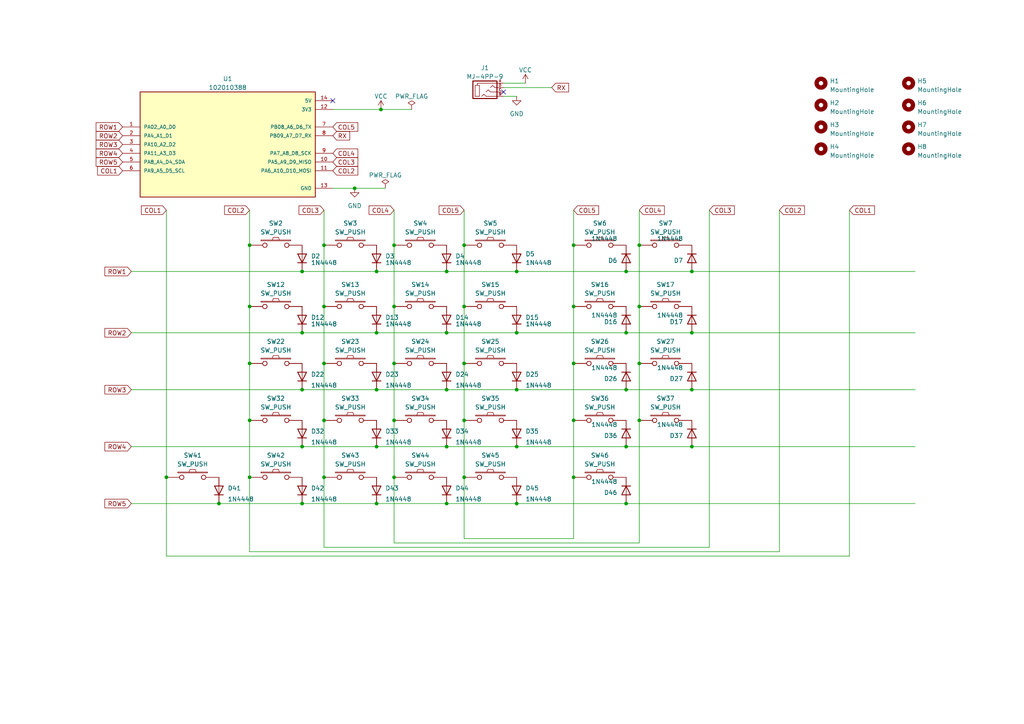
<source format=kicad_sch>
(kicad_sch (version 20230121) (generator eeschema)

  (uuid bfbdd92b-7f71-4ad3-b5e3-05abfda92e0a)

  (paper "A4")

  (lib_symbols
    (symbol "Diode:1N4448" (pin_numbers hide) (pin_names hide) (in_bom yes) (on_board yes)
      (property "Reference" "D" (at 0 2.54 0)
        (effects (font (size 1.27 1.27)))
      )
      (property "Value" "1N4448" (at 0 -2.54 0)
        (effects (font (size 1.27 1.27)))
      )
      (property "Footprint" "Diode_THT:D_DO-35_SOD27_P7.62mm_Horizontal" (at 0 -4.445 0)
        (effects (font (size 1.27 1.27)) hide)
      )
      (property "Datasheet" "https://assets.nexperia.com/documents/data-sheet/1N4148_1N4448.pdf" (at 0 0 0)
        (effects (font (size 1.27 1.27)) hide)
      )
      (property "Sim.Device" "D" (at 0 0 0)
        (effects (font (size 1.27 1.27)) hide)
      )
      (property "Sim.Pins" "1=K 2=A" (at 0 0 0)
        (effects (font (size 1.27 1.27)) hide)
      )
      (property "ki_keywords" "diode" (at 0 0 0)
        (effects (font (size 1.27 1.27)) hide)
      )
      (property "ki_description" "100V 0.15A High-speed standard diode, DO-35" (at 0 0 0)
        (effects (font (size 1.27 1.27)) hide)
      )
      (property "ki_fp_filters" "D*DO?35*" (at 0 0 0)
        (effects (font (size 1.27 1.27)) hide)
      )
      (symbol "1N4448_0_1"
        (polyline
          (pts
            (xy -1.27 1.27)
            (xy -1.27 -1.27)
          )
          (stroke (width 0.254) (type default))
          (fill (type none))
        )
        (polyline
          (pts
            (xy 1.27 0)
            (xy -1.27 0)
          )
          (stroke (width 0) (type default))
          (fill (type none))
        )
        (polyline
          (pts
            (xy 1.27 1.27)
            (xy 1.27 -1.27)
            (xy -1.27 0)
            (xy 1.27 1.27)
          )
          (stroke (width 0.254) (type default))
          (fill (type none))
        )
      )
      (symbol "1N4448_1_1"
        (pin passive line (at -3.81 0 0) (length 2.54)
          (name "K" (effects (font (size 1.27 1.27))))
          (number "1" (effects (font (size 1.27 1.27))))
        )
        (pin passive line (at 3.81 0 180) (length 2.54)
          (name "A" (effects (font (size 1.27 1.27))))
          (number "2" (effects (font (size 1.27 1.27))))
        )
      )
    )
    (symbol "Mechanical:MountingHole" (pin_names (offset 1.016)) (in_bom yes) (on_board yes)
      (property "Reference" "H" (at 0 5.08 0)
        (effects (font (size 1.27 1.27)))
      )
      (property "Value" "MountingHole" (at 0 3.175 0)
        (effects (font (size 1.27 1.27)))
      )
      (property "Footprint" "" (at 0 0 0)
        (effects (font (size 1.27 1.27)) hide)
      )
      (property "Datasheet" "~" (at 0 0 0)
        (effects (font (size 1.27 1.27)) hide)
      )
      (property "ki_keywords" "mounting hole" (at 0 0 0)
        (effects (font (size 1.27 1.27)) hide)
      )
      (property "ki_description" "Mounting Hole without connection" (at 0 0 0)
        (effects (font (size 1.27 1.27)) hide)
      )
      (property "ki_fp_filters" "MountingHole*" (at 0 0 0)
        (effects (font (size 1.27 1.27)) hide)
      )
      (symbol "MountingHole_0_1"
        (circle (center 0 0) (radius 1.27)
          (stroke (width 1.27) (type default))
          (fill (type none))
        )
      )
    )
    (symbol "foostan/kbd:MJ-4PP-9" (pin_names (offset 1.016)) (in_bom yes) (on_board yes)
      (property "Reference" "J" (at 0 3.81 0)
        (effects (font (size 1.27 1.27)))
      )
      (property "Value" "MJ-4PP-9" (at 0 -3.81 0)
        (effects (font (size 1.27 1.27)))
      )
      (property "Footprint" "" (at 6.985 4.445 0)
        (effects (font (size 1.27 1.27)) hide)
      )
      (property "Datasheet" "~" (at 6.985 4.445 0)
        (effects (font (size 1.27 1.27)) hide)
      )
      (property "ki_keywords" "audio jack receptable stereo headphones TRRS connector" (at 0 0 0)
        (effects (font (size 1.27 1.27)) hide)
      )
      (property "ki_description" "4-pin (audio) jack receptable (stereo + 4th pin/TRRS connector), compatible with PJ320A" (at 0 0 0)
        (effects (font (size 1.27 1.27)) hide)
      )
      (symbol "MJ-4PP-9_0_1"
        (rectangle (start -1.905 -1.905) (end -3.175 1.27)
          (stroke (width 0) (type solid))
          (fill (type none))
        )
        (polyline
          (pts
            (xy -2.54 1.27)
            (xy -2.54 1.905)
            (xy 3.175 1.905)
          )
          (stroke (width 0) (type solid))
          (fill (type none))
        )
        (polyline
          (pts
            (xy -1.27 -1.905)
            (xy -0.635 -1.27)
            (xy 0 -1.905)
            (xy 3.175 -1.905)
          )
          (stroke (width 0) (type solid))
          (fill (type none))
        )
        (polyline
          (pts
            (xy 0 -0.635)
            (xy 0.635 0)
            (xy 1.27 -0.635)
            (xy 3.175 -0.635)
          )
          (stroke (width 0) (type solid))
          (fill (type none))
        )
        (polyline
          (pts
            (xy 1.27 0.635)
            (xy 1.905 1.27)
            (xy 2.54 0.635)
            (xy 3.175 0.635)
          )
          (stroke (width 0) (type solid))
          (fill (type none))
        )
        (rectangle (start 3.175 2.54) (end -3.81 -2.54)
          (stroke (width 0.3048) (type solid))
          (fill (type none))
        )
      )
      (symbol "MJ-4PP-9_1_1"
        (pin input line (at 5.08 1.905 180) (length 2.0066)
          (name "~" (effects (font (size 0.508 0.508))))
          (number "A" (effects (font (size 0.7112 0.7112))))
        )
        (pin input line (at 5.08 -1.905 180) (length 2.0066)
          (name "~" (effects (font (size 0.508 0.508))))
          (number "B" (effects (font (size 0.7112 0.7112))))
        )
        (pin input line (at 5.08 -0.635 180) (length 2.0066)
          (name "~" (effects (font (size 0.508 0.508))))
          (number "C" (effects (font (size 0.7112 0.7112))))
        )
        (pin input line (at 5.08 0.635 180) (length 2.0066)
          (name "~" (effects (font (size 0.508 0.508))))
          (number "D" (effects (font (size 0.7112 0.7112))))
        )
      )
    )
    (symbol "foostan/kbd:SW_PUSH" (pin_numbers hide) (pin_names (offset 1.016) hide) (in_bom yes) (on_board yes)
      (property "Reference" "SW" (at 3.81 2.794 0)
        (effects (font (size 1.27 1.27)))
      )
      (property "Value" "SW_PUSH" (at 0 -2.032 0)
        (effects (font (size 1.27 1.27)))
      )
      (property "Footprint" "" (at 0 0 0)
        (effects (font (size 1.27 1.27)))
      )
      (property "Datasheet" "" (at 0 0 0)
        (effects (font (size 1.27 1.27)))
      )
      (symbol "SW_PUSH_0_1"
        (rectangle (start -4.318 1.27) (end 4.318 1.524)
          (stroke (width 0) (type solid))
          (fill (type none))
        )
        (polyline
          (pts
            (xy -1.016 1.524)
            (xy -0.762 2.286)
            (xy 0.762 2.286)
            (xy 1.016 1.524)
          )
          (stroke (width 0) (type solid))
          (fill (type none))
        )
        (pin passive inverted (at -7.62 0 0) (length 5.08)
          (name "1" (effects (font (size 1.27 1.27))))
          (number "1" (effects (font (size 1.27 1.27))))
        )
        (pin passive inverted (at 7.62 0 180) (length 5.08)
          (name "2" (effects (font (size 1.27 1.27))))
          (number "2" (effects (font (size 1.27 1.27))))
        )
      )
    )
    (symbol "power:GND" (power) (pin_names (offset 0)) (in_bom yes) (on_board yes)
      (property "Reference" "#PWR" (at 0 -6.35 0)
        (effects (font (size 1.27 1.27)) hide)
      )
      (property "Value" "GND" (at 0 -3.81 0)
        (effects (font (size 1.27 1.27)))
      )
      (property "Footprint" "" (at 0 0 0)
        (effects (font (size 1.27 1.27)) hide)
      )
      (property "Datasheet" "" (at 0 0 0)
        (effects (font (size 1.27 1.27)) hide)
      )
      (property "ki_keywords" "global power" (at 0 0 0)
        (effects (font (size 1.27 1.27)) hide)
      )
      (property "ki_description" "Power symbol creates a global label with name \"GND\" , ground" (at 0 0 0)
        (effects (font (size 1.27 1.27)) hide)
      )
      (symbol "GND_0_1"
        (polyline
          (pts
            (xy 0 0)
            (xy 0 -1.27)
            (xy 1.27 -1.27)
            (xy 0 -2.54)
            (xy -1.27 -1.27)
            (xy 0 -1.27)
          )
          (stroke (width 0) (type default))
          (fill (type none))
        )
      )
      (symbol "GND_1_1"
        (pin power_in line (at 0 0 270) (length 0) hide
          (name "GND" (effects (font (size 1.27 1.27))))
          (number "1" (effects (font (size 1.27 1.27))))
        )
      )
    )
    (symbol "power:PWR_FLAG" (power) (pin_numbers hide) (pin_names (offset 0) hide) (in_bom yes) (on_board yes)
      (property "Reference" "#FLG" (at 0 1.905 0)
        (effects (font (size 1.27 1.27)) hide)
      )
      (property "Value" "PWR_FLAG" (at 0 3.81 0)
        (effects (font (size 1.27 1.27)))
      )
      (property "Footprint" "" (at 0 0 0)
        (effects (font (size 1.27 1.27)) hide)
      )
      (property "Datasheet" "~" (at 0 0 0)
        (effects (font (size 1.27 1.27)) hide)
      )
      (property "ki_keywords" "flag power" (at 0 0 0)
        (effects (font (size 1.27 1.27)) hide)
      )
      (property "ki_description" "Special symbol for telling ERC where power comes from" (at 0 0 0)
        (effects (font (size 1.27 1.27)) hide)
      )
      (symbol "PWR_FLAG_0_0"
        (pin power_out line (at 0 0 90) (length 0)
          (name "pwr" (effects (font (size 1.27 1.27))))
          (number "1" (effects (font (size 1.27 1.27))))
        )
      )
      (symbol "PWR_FLAG_0_1"
        (polyline
          (pts
            (xy 0 0)
            (xy 0 1.27)
            (xy -1.016 1.905)
            (xy 0 2.54)
            (xy 1.016 1.905)
            (xy 0 1.27)
          )
          (stroke (width 0) (type default))
          (fill (type none))
        )
      )
    )
    (symbol "power:VCC" (power) (pin_names (offset 0)) (in_bom yes) (on_board yes)
      (property "Reference" "#PWR" (at 0 -3.81 0)
        (effects (font (size 1.27 1.27)) hide)
      )
      (property "Value" "VCC" (at 0 3.81 0)
        (effects (font (size 1.27 1.27)))
      )
      (property "Footprint" "" (at 0 0 0)
        (effects (font (size 1.27 1.27)) hide)
      )
      (property "Datasheet" "" (at 0 0 0)
        (effects (font (size 1.27 1.27)) hide)
      )
      (property "ki_keywords" "global power" (at 0 0 0)
        (effects (font (size 1.27 1.27)) hide)
      )
      (property "ki_description" "Power symbol creates a global label with name \"VCC\"" (at 0 0 0)
        (effects (font (size 1.27 1.27)) hide)
      )
      (symbol "VCC_0_1"
        (polyline
          (pts
            (xy -0.762 1.27)
            (xy 0 2.54)
          )
          (stroke (width 0) (type default))
          (fill (type none))
        )
        (polyline
          (pts
            (xy 0 0)
            (xy 0 2.54)
          )
          (stroke (width 0) (type default))
          (fill (type none))
        )
        (polyline
          (pts
            (xy 0 2.54)
            (xy 0.762 1.27)
          )
          (stroke (width 0) (type default))
          (fill (type none))
        )
      )
      (symbol "VCC_1_1"
        (pin power_in line (at 0 0 90) (length 0) hide
          (name "VCC" (effects (font (size 1.27 1.27))))
          (number "1" (effects (font (size 1.27 1.27))))
        )
      )
    )
    (symbol "xiao:102010388" (pin_names (offset 1.016)) (in_bom yes) (on_board yes)
      (property "Reference" "U" (at -25.4 16.002 0)
        (effects (font (size 1.27 1.27)) (justify left bottom))
      )
      (property "Value" "102010388" (at -25.4 -17.78 0)
        (effects (font (size 1.27 1.27)) (justify left bottom))
      )
      (property "Footprint" "MODULE_102010388" (at 0 0 0)
        (effects (font (size 1.27 1.27)) (justify bottom) hide)
      )
      (property "Datasheet" "" (at 0 0 0)
        (effects (font (size 1.27 1.27)) hide)
      )
      (property "PARTREV" "N/A" (at 0 0 0)
        (effects (font (size 1.27 1.27)) (justify bottom) hide)
      )
      (property "STANDARD" "Manufacturer Recommendations" (at 0 0 0)
        (effects (font (size 1.27 1.27)) (justify bottom) hide)
      )
      (property "MANUFACTURER" "Seeed Technology" (at 0 0 0)
        (effects (font (size 1.27 1.27)) (justify bottom) hide)
      )
      (property "MAXIMUM_PACKAGE_HEIGHT" "N/A" (at 0 0 0)
        (effects (font (size 1.27 1.27)) (justify bottom) hide)
      )
      (property "SNAPEDA_PN" "102010388" (at 0 0 0)
        (effects (font (size 1.27 1.27)) (justify bottom) hide)
      )
      (symbol "102010388_0_0"
        (rectangle (start -25.4 -15.24) (end 25.4 15.24)
          (stroke (width 0.254) (type default))
          (fill (type background))
        )
        (pin bidirectional line (at -30.48 5.08 0) (length 5.08)
          (name "PA02_A0_D0" (effects (font (size 1.016 1.016))))
          (number "1" (effects (font (size 1.016 1.016))))
        )
        (pin bidirectional line (at 30.48 -5.08 180) (length 5.08)
          (name "PA5_A9_D9_MISO" (effects (font (size 1.016 1.016))))
          (number "10" (effects (font (size 1.016 1.016))))
        )
        (pin bidirectional line (at 30.48 -7.62 180) (length 5.08)
          (name "PA6_A10_D10_MOSI" (effects (font (size 1.016 1.016))))
          (number "11" (effects (font (size 1.016 1.016))))
        )
        (pin power_in line (at 30.48 10.16 180) (length 5.08)
          (name "3V3" (effects (font (size 1.016 1.016))))
          (number "12" (effects (font (size 1.016 1.016))))
        )
        (pin power_in line (at 30.48 -12.7 180) (length 5.08)
          (name "GND" (effects (font (size 1.016 1.016))))
          (number "13" (effects (font (size 1.016 1.016))))
        )
        (pin power_in line (at 30.48 12.7 180) (length 5.08)
          (name "5V" (effects (font (size 1.016 1.016))))
          (number "14" (effects (font (size 1.016 1.016))))
        )
        (pin bidirectional line (at -30.48 2.54 0) (length 5.08)
          (name "PA4_A1_D1" (effects (font (size 1.016 1.016))))
          (number "2" (effects (font (size 1.016 1.016))))
        )
        (pin bidirectional line (at -30.48 0 0) (length 5.08)
          (name "PA10_A2_D2" (effects (font (size 1.016 1.016))))
          (number "3" (effects (font (size 1.016 1.016))))
        )
        (pin bidirectional line (at -30.48 -2.54 0) (length 5.08)
          (name "PA11_A3_D3" (effects (font (size 1.016 1.016))))
          (number "4" (effects (font (size 1.016 1.016))))
        )
        (pin bidirectional line (at -30.48 -5.08 0) (length 5.08)
          (name "PA8_A4_D4_SDA" (effects (font (size 1.016 1.016))))
          (number "5" (effects (font (size 1.016 1.016))))
        )
        (pin bidirectional line (at -30.48 -7.62 0) (length 5.08)
          (name "PA9_A5_D5_SCL" (effects (font (size 1.016 1.016))))
          (number "6" (effects (font (size 1.016 1.016))))
        )
        (pin bidirectional line (at 30.48 5.08 180) (length 5.08)
          (name "PB08_A6_D6_TX" (effects (font (size 1.016 1.016))))
          (number "7" (effects (font (size 1.016 1.016))))
        )
        (pin bidirectional line (at 30.48 2.54 180) (length 5.08)
          (name "PB09_A7_D7_RX" (effects (font (size 1.016 1.016))))
          (number "8" (effects (font (size 1.016 1.016))))
        )
        (pin bidirectional line (at 30.48 -2.54 180) (length 5.08)
          (name "PA7_A8_D8_SCK" (effects (font (size 1.016 1.016))))
          (number "9" (effects (font (size 1.016 1.016))))
        )
      )
    )
  )

  (junction (at 185.42 71.12) (diameter 0) (color 0 0 0 0)
    (uuid 036d5613-dcd4-44e7-bdbf-ba211de79beb)
  )
  (junction (at 93.98 138.43) (diameter 0) (color 0 0 0 0)
    (uuid 08f99d7c-7cdc-4fb6-b395-2eb72d50ab6c)
  )
  (junction (at 181.61 113.03) (diameter 0) (color 0 0 0 0)
    (uuid 0e9605a3-81cc-41f7-a596-7581ec276c49)
  )
  (junction (at 93.98 88.9) (diameter 0) (color 0 0 0 0)
    (uuid 0f163166-66fe-4978-b314-2e815ca5f841)
  )
  (junction (at 102.87 54.61) (diameter 0) (color 0 0 0 0)
    (uuid 14ba6020-efa7-4743-b866-e16ce6508a55)
  )
  (junction (at 72.39 121.92) (diameter 0) (color 0 0 0 0)
    (uuid 21a87910-f893-4c40-923e-0c0e8eeeb831)
  )
  (junction (at 109.22 78.74) (diameter 0) (color 0 0 0 0)
    (uuid 235801d1-0228-4bf5-b487-13d2ff237a37)
  )
  (junction (at 166.37 88.9) (diameter 0) (color 0 0 0 0)
    (uuid 2454825f-e329-444e-b852-b690907539b3)
  )
  (junction (at 200.66 129.54) (diameter 0) (color 0 0 0 0)
    (uuid 2848a1fb-ee4c-4898-8d87-323a3d82b99c)
  )
  (junction (at 72.39 88.9) (diameter 0) (color 0 0 0 0)
    (uuid 2acb8d65-2805-49e3-9314-b78a7147812c)
  )
  (junction (at 129.54 146.05) (diameter 0) (color 0 0 0 0)
    (uuid 345dc536-a984-432f-8e9e-d4b51e3589fe)
  )
  (junction (at 149.86 129.54) (diameter 0) (color 0 0 0 0)
    (uuid 3a23a755-bc50-4de9-8ec2-e86a0a134935)
  )
  (junction (at 166.37 138.43) (diameter 0) (color 0 0 0 0)
    (uuid 4025de0c-2663-45af-a68c-d6f32aad2ee2)
  )
  (junction (at 185.42 88.9) (diameter 0) (color 0 0 0 0)
    (uuid 483234de-c2b0-4161-9eca-0ae2308f22c2)
  )
  (junction (at 134.62 71.12) (diameter 0) (color 0 0 0 0)
    (uuid 4a9262ac-294f-4b0f-b9bb-09218c57a536)
  )
  (junction (at 93.98 71.12) (diameter 0) (color 0 0 0 0)
    (uuid 4d8a7012-3465-4587-85ed-5535a6738587)
  )
  (junction (at 129.54 78.74) (diameter 0) (color 0 0 0 0)
    (uuid 4fdafb58-1b94-4029-8426-3b26db39fc31)
  )
  (junction (at 181.61 96.52) (diameter 0) (color 0 0 0 0)
    (uuid 53f52742-74e5-479c-9797-fafa56db0ed1)
  )
  (junction (at 109.22 113.03) (diameter 0) (color 0 0 0 0)
    (uuid 555b9ca3-de0b-4aa7-ae42-785166a07949)
  )
  (junction (at 110.49 31.75) (diameter 0) (color 0 0 0 0)
    (uuid 555fc031-3f5e-4a6b-8be2-569a1e257904)
  )
  (junction (at 200.66 96.52) (diameter 0) (color 0 0 0 0)
    (uuid 55ec23b5-afd8-4a57-814a-c26347e67352)
  )
  (junction (at 200.66 113.03) (diameter 0) (color 0 0 0 0)
    (uuid 610042a1-7f30-4304-b859-f6299b2a1304)
  )
  (junction (at 114.3 105.41) (diameter 0) (color 0 0 0 0)
    (uuid 61447af1-2ec2-42d5-92db-e0ae90983945)
  )
  (junction (at 134.62 138.43) (diameter 0) (color 0 0 0 0)
    (uuid 65b3dc67-8d01-49e8-bcf0-1c65b5037af2)
  )
  (junction (at 166.37 121.92) (diameter 0) (color 0 0 0 0)
    (uuid 6e7ea472-fac5-4035-93dd-8f0557a52057)
  )
  (junction (at 149.86 113.03) (diameter 0) (color 0 0 0 0)
    (uuid 786947fe-3a9d-45a0-97be-37a7a7664ed0)
  )
  (junction (at 109.22 96.52) (diameter 0) (color 0 0 0 0)
    (uuid 8e5f06a5-496e-4821-9e5f-c09c87d5f590)
  )
  (junction (at 72.39 105.41) (diameter 0) (color 0 0 0 0)
    (uuid 913050f1-1394-400b-a842-f781e68fa983)
  )
  (junction (at 149.86 96.52) (diameter 0) (color 0 0 0 0)
    (uuid 94bca47e-86a7-45a8-887d-0112df2451c3)
  )
  (junction (at 87.63 129.54) (diameter 0) (color 0 0 0 0)
    (uuid 98eb8213-1fae-4c2f-90a6-b0674ac48bff)
  )
  (junction (at 129.54 96.52) (diameter 0) (color 0 0 0 0)
    (uuid a6da5e37-488f-482e-9c44-949814978695)
  )
  (junction (at 87.63 96.52) (diameter 0) (color 0 0 0 0)
    (uuid ad5b3525-539b-438b-8f10-25a7ac31c6f0)
  )
  (junction (at 114.3 71.12) (diameter 0) (color 0 0 0 0)
    (uuid ad7e9aaa-6d8b-46cb-aa81-835cf0864df5)
  )
  (junction (at 166.37 71.12) (diameter 0) (color 0 0 0 0)
    (uuid adf57337-ab3f-40e2-84fb-fa6cef9c0799)
  )
  (junction (at 166.37 105.41) (diameter 0) (color 0 0 0 0)
    (uuid b1d0283b-1da4-43ac-b373-468e7a4b102b)
  )
  (junction (at 181.61 78.74) (diameter 0) (color 0 0 0 0)
    (uuid b300fa95-0594-4f2b-81ee-1516539cc3c9)
  )
  (junction (at 134.62 88.9) (diameter 0) (color 0 0 0 0)
    (uuid b4af719a-b38d-4258-a198-1f13d86d9c7f)
  )
  (junction (at 93.98 105.41) (diameter 0) (color 0 0 0 0)
    (uuid bc32c846-80f4-4248-954a-bdc1f90a53e2)
  )
  (junction (at 114.3 88.9) (diameter 0) (color 0 0 0 0)
    (uuid bf017ac3-ed80-434a-b6aa-c29114594917)
  )
  (junction (at 181.61 146.05) (diameter 0) (color 0 0 0 0)
    (uuid bf55819d-46b1-4eca-91e2-3d26733d078d)
  )
  (junction (at 185.42 121.92) (diameter 0) (color 0 0 0 0)
    (uuid bfdc0ffe-996e-4266-a5c5-548230fff0f5)
  )
  (junction (at 93.98 121.92) (diameter 0) (color 0 0 0 0)
    (uuid c0797757-13c1-475d-98d0-b38c69cad38e)
  )
  (junction (at 109.22 129.54) (diameter 0) (color 0 0 0 0)
    (uuid c2cc331c-f53a-4121-9286-49266d92bf35)
  )
  (junction (at 87.63 146.05) (diameter 0) (color 0 0 0 0)
    (uuid c5732981-4d91-4d58-80b2-84260ba75c4a)
  )
  (junction (at 149.86 146.05) (diameter 0) (color 0 0 0 0)
    (uuid cc788839-29a2-4eda-870f-7f3697277e22)
  )
  (junction (at 129.54 129.54) (diameter 0) (color 0 0 0 0)
    (uuid cd0dc185-469e-4f55-86c7-c3686e53f639)
  )
  (junction (at 72.39 138.43) (diameter 0) (color 0 0 0 0)
    (uuid cd9cb419-4dab-4894-80c6-e15efbb75c52)
  )
  (junction (at 149.86 78.74) (diameter 0) (color 0 0 0 0)
    (uuid cf4cbb3e-cdb2-4089-ba15-c5d619bcf2f3)
  )
  (junction (at 48.26 138.43) (diameter 0) (color 0 0 0 0)
    (uuid dbb6d965-f69c-4fc8-ba3e-9fe7eb79881e)
  )
  (junction (at 129.54 113.03) (diameter 0) (color 0 0 0 0)
    (uuid dc1b9db3-0f87-4411-a5de-94b011b18825)
  )
  (junction (at 114.3 121.92) (diameter 0) (color 0 0 0 0)
    (uuid ddf2aeb0-88fa-4170-8c12-9f4b3ce34d0b)
  )
  (junction (at 72.39 71.12) (diameter 0) (color 0 0 0 0)
    (uuid e0fd7c85-a0cb-40c9-8557-01b8cee123a2)
  )
  (junction (at 181.61 129.54) (diameter 0) (color 0 0 0 0)
    (uuid e1506cb8-e166-48a8-ae71-2bd380c65886)
  )
  (junction (at 200.66 78.74) (diameter 0) (color 0 0 0 0)
    (uuid ebbf0a59-d369-41d2-aac6-d14d70fef699)
  )
  (junction (at 109.22 146.05) (diameter 0) (color 0 0 0 0)
    (uuid efaff34f-9ea7-4335-b06b-c6492a185c61)
  )
  (junction (at 114.3 138.43) (diameter 0) (color 0 0 0 0)
    (uuid f0f14910-5ef8-41a2-b00d-9ad277acb743)
  )
  (junction (at 185.42 105.41) (diameter 0) (color 0 0 0 0)
    (uuid fa167185-032f-4fdb-878a-e9301d530736)
  )
  (junction (at 134.62 121.92) (diameter 0) (color 0 0 0 0)
    (uuid facc6a1d-5754-46fe-995e-3a058cf424bd)
  )
  (junction (at 134.62 105.41) (diameter 0) (color 0 0 0 0)
    (uuid fc7f5a1e-06ab-410c-9e0b-82847cc3d219)
  )
  (junction (at 63.5 146.05) (diameter 0) (color 0 0 0 0)
    (uuid fd04ecbd-059c-4967-a06f-69f12e6996c3)
  )
  (junction (at 87.63 78.74) (diameter 0) (color 0 0 0 0)
    (uuid fd1107d9-519d-4a67-90a5-fd664fbea1a2)
  )
  (junction (at 87.63 113.03) (diameter 0) (color 0 0 0 0)
    (uuid ff0f6170-382d-428e-aaee-cdaf7ad78133)
  )

  (no_connect (at 146.05 26.67) (uuid 7360d292-43dc-4ba1-92a2-aa2bd957195f))
  (no_connect (at 96.52 29.21) (uuid a7f76ef6-ca92-41e9-84e2-f1c838444366))

  (wire (pts (xy 185.42 105.41) (xy 185.42 121.92))
    (stroke (width 0) (type default))
    (uuid 004b724c-389f-4125-ba53-bd97895479ae)
  )
  (wire (pts (xy 72.39 160.02) (xy 226.06 160.02))
    (stroke (width 0) (type default))
    (uuid 03701f34-f2a0-4c59-9265-aa47f7214f1e)
  )
  (wire (pts (xy 38.1 96.52) (xy 87.63 96.52))
    (stroke (width 0) (type default))
    (uuid 09108c04-5c9e-4c29-924a-cb4b2692ac7b)
  )
  (wire (pts (xy 166.37 60.96) (xy 166.37 71.12))
    (stroke (width 0) (type default))
    (uuid 0ba66276-705d-44b9-bc42-0348274147ae)
  )
  (wire (pts (xy 96.52 31.75) (xy 110.49 31.75))
    (stroke (width 0) (type default))
    (uuid 0f0a327e-348d-4527-9dad-08102140589b)
  )
  (wire (pts (xy 185.42 121.92) (xy 185.42 157.48))
    (stroke (width 0) (type default))
    (uuid 10f7f4a5-2b22-4143-82f8-c6cd4323f157)
  )
  (wire (pts (xy 48.26 60.96) (xy 48.26 138.43))
    (stroke (width 0) (type default))
    (uuid 1288fd43-1444-4361-8e73-8ef82e75aabd)
  )
  (wire (pts (xy 149.86 113.03) (xy 181.61 113.03))
    (stroke (width 0) (type default))
    (uuid 13003c57-2bb0-472f-9db4-f6e7065a004f)
  )
  (wire (pts (xy 166.37 105.41) (xy 166.37 121.92))
    (stroke (width 0) (type default))
    (uuid 1397783e-a984-4da3-a513-31b3b867d210)
  )
  (wire (pts (xy 109.22 78.74) (xy 129.54 78.74))
    (stroke (width 0) (type default))
    (uuid 13efab70-8888-4540-be1b-ad77efd92366)
  )
  (wire (pts (xy 96.52 54.61) (xy 102.87 54.61))
    (stroke (width 0) (type default))
    (uuid 1438cbb3-35e3-4902-8996-4e6704ec0dd4)
  )
  (wire (pts (xy 146.05 27.94) (xy 149.86 27.94))
    (stroke (width 0) (type default))
    (uuid 15c762c8-ff8f-4e41-97a6-814eb04036e9)
  )
  (wire (pts (xy 114.3 60.96) (xy 114.3 71.12))
    (stroke (width 0) (type default))
    (uuid 1a69eef3-6eef-4c71-854b-4c02c9f7cd51)
  )
  (wire (pts (xy 109.22 113.03) (xy 129.54 113.03))
    (stroke (width 0) (type default))
    (uuid 1d65a298-4428-4ae2-b71e-127af1739c47)
  )
  (wire (pts (xy 181.61 78.74) (xy 200.66 78.74))
    (stroke (width 0) (type default))
    (uuid 1eeec8d0-2922-4641-908f-fc1133c7f1bf)
  )
  (wire (pts (xy 134.62 105.41) (xy 134.62 121.92))
    (stroke (width 0) (type default))
    (uuid 21425bb9-7f01-4853-b21f-00776c9f8d18)
  )
  (wire (pts (xy 87.63 129.54) (xy 109.22 129.54))
    (stroke (width 0) (type default))
    (uuid 225a3535-7d2c-465b-93b5-c4e8562af46e)
  )
  (wire (pts (xy 181.61 129.54) (xy 200.66 129.54))
    (stroke (width 0) (type default))
    (uuid 272f4e5b-448f-4ac9-95bf-87629ce3f3d7)
  )
  (wire (pts (xy 93.98 158.75) (xy 205.74 158.75))
    (stroke (width 0) (type default))
    (uuid 2dfea391-c232-4e79-9dc9-de2ab0679a6c)
  )
  (wire (pts (xy 38.1 113.03) (xy 87.63 113.03))
    (stroke (width 0) (type default))
    (uuid 35ac339e-3d59-4c22-843d-85a97c42cd9b)
  )
  (wire (pts (xy 134.62 71.12) (xy 134.62 88.9))
    (stroke (width 0) (type default))
    (uuid 35f54a98-3592-471d-82a4-ef6e72ba7e81)
  )
  (wire (pts (xy 185.42 60.96) (xy 185.42 71.12))
    (stroke (width 0) (type default))
    (uuid 3bad960c-7af4-4426-a424-f983194617ab)
  )
  (wire (pts (xy 93.98 71.12) (xy 93.98 88.9))
    (stroke (width 0) (type default))
    (uuid 3d440b01-860c-4991-8cbd-a50792b5f7a2)
  )
  (wire (pts (xy 72.39 105.41) (xy 72.39 121.92))
    (stroke (width 0) (type default))
    (uuid 44cd316c-ef25-4ac5-9a3a-bf2810d0c7f3)
  )
  (wire (pts (xy 93.98 88.9) (xy 93.98 105.41))
    (stroke (width 0) (type default))
    (uuid 47bcca10-85b4-4d2e-88c3-c01f722f82ad)
  )
  (wire (pts (xy 72.39 121.92) (xy 72.39 138.43))
    (stroke (width 0) (type default))
    (uuid 4c28e1d5-65fe-4d9d-8570-9c67aadbf2d6)
  )
  (wire (pts (xy 185.42 71.12) (xy 185.42 88.9))
    (stroke (width 0) (type default))
    (uuid 4eaa90e5-238b-4803-ba5d-d911f0acc361)
  )
  (wire (pts (xy 129.54 129.54) (xy 149.86 129.54))
    (stroke (width 0) (type default))
    (uuid 4ed9ffac-17c0-4837-9754-105d199b8a7f)
  )
  (wire (pts (xy 149.86 78.74) (xy 181.61 78.74))
    (stroke (width 0) (type default))
    (uuid 4fd2f487-b25b-4774-8246-7149a38bb050)
  )
  (wire (pts (xy 109.22 129.54) (xy 129.54 129.54))
    (stroke (width 0) (type default))
    (uuid 5a3990d0-f45e-4342-b12d-b818daba2b73)
  )
  (wire (pts (xy 72.39 138.43) (xy 72.39 160.02))
    (stroke (width 0) (type default))
    (uuid 61825f68-8980-432c-b521-4659ae87a67e)
  )
  (wire (pts (xy 149.86 146.05) (xy 181.61 146.05))
    (stroke (width 0) (type default))
    (uuid 61fad43a-b9f4-4d8e-aa51-11cfac722e13)
  )
  (wire (pts (xy 87.63 96.52) (xy 109.22 96.52))
    (stroke (width 0) (type default))
    (uuid 625b589f-0581-4a5a-a803-1075b20df4ec)
  )
  (wire (pts (xy 134.62 88.9) (xy 134.62 105.41))
    (stroke (width 0) (type default))
    (uuid 6457cd3a-3c06-4c28-b736-1dc96f4b2e9c)
  )
  (wire (pts (xy 129.54 78.74) (xy 149.86 78.74))
    (stroke (width 0) (type default))
    (uuid 6eb78ea5-698f-4016-bc73-90299e9cd602)
  )
  (wire (pts (xy 114.3 138.43) (xy 114.3 157.48))
    (stroke (width 0) (type default))
    (uuid 727f5f5e-c5bd-430b-a1ca-6ce939085590)
  )
  (wire (pts (xy 200.66 96.52) (xy 265.43 96.52))
    (stroke (width 0) (type default))
    (uuid 7865eab3-3a20-4856-98d8-5e5050fcbf1c)
  )
  (wire (pts (xy 149.86 129.54) (xy 181.61 129.54))
    (stroke (width 0) (type default))
    (uuid 7891a29d-a8d1-4a0b-bb1e-24e02ee6b0dc)
  )
  (wire (pts (xy 146.05 25.4) (xy 160.02 25.4))
    (stroke (width 0) (type default))
    (uuid 78a5a1f8-a20f-48ca-a214-a5fab8cc1d6d)
  )
  (wire (pts (xy 93.98 121.92) (xy 93.98 138.43))
    (stroke (width 0) (type default))
    (uuid 7941a16a-2360-4268-b62f-3e551b1c095a)
  )
  (wire (pts (xy 93.98 138.43) (xy 93.98 158.75))
    (stroke (width 0) (type default))
    (uuid 798bdf9a-bd5e-4cf6-814f-def5b20936f0)
  )
  (wire (pts (xy 114.3 157.48) (xy 185.42 157.48))
    (stroke (width 0) (type default))
    (uuid 7bc0226a-acfe-4e9b-8458-af9eb1f6320c)
  )
  (wire (pts (xy 166.37 71.12) (xy 166.37 88.9))
    (stroke (width 0) (type default))
    (uuid 7cf1125a-b93e-4254-9238-3c5def0b1fcd)
  )
  (wire (pts (xy 200.66 113.03) (xy 265.43 113.03))
    (stroke (width 0) (type default))
    (uuid 833ba219-307b-4f9c-8742-67339ddc9afb)
  )
  (wire (pts (xy 48.26 138.43) (xy 48.26 161.29))
    (stroke (width 0) (type default))
    (uuid 84b80f87-81a8-4c77-951c-c10720438726)
  )
  (wire (pts (xy 93.98 60.96) (xy 93.98 71.12))
    (stroke (width 0) (type default))
    (uuid 85015d35-00f8-4a6e-9c61-f05ffd6248cc)
  )
  (wire (pts (xy 149.86 96.52) (xy 181.61 96.52))
    (stroke (width 0) (type default))
    (uuid 86927523-c97e-4ee3-b72f-64c388e28452)
  )
  (wire (pts (xy 166.37 138.43) (xy 166.37 156.21))
    (stroke (width 0) (type default))
    (uuid 92c01a62-1dd8-4ae1-9fe6-f49e3beb4ffe)
  )
  (wire (pts (xy 129.54 113.03) (xy 149.86 113.03))
    (stroke (width 0) (type default))
    (uuid 92e6d774-1eb9-44fb-9c91-8ce2ea9d3ddd)
  )
  (wire (pts (xy 181.61 113.03) (xy 200.66 113.03))
    (stroke (width 0) (type default))
    (uuid 97d5c319-c80a-498c-b53e-00679ea8918d)
  )
  (wire (pts (xy 200.66 78.74) (xy 265.43 78.74))
    (stroke (width 0) (type default))
    (uuid 9893ed80-419f-4ec7-8bd3-6e383d007996)
  )
  (wire (pts (xy 134.62 156.21) (xy 166.37 156.21))
    (stroke (width 0) (type default))
    (uuid 9ab6ab9d-fada-4d1a-88cd-a52c40b6b86a)
  )
  (wire (pts (xy 63.5 146.05) (xy 87.63 146.05))
    (stroke (width 0) (type default))
    (uuid 9f0e8f5c-08e6-44b9-bb3c-e6939fd234ca)
  )
  (wire (pts (xy 38.1 146.05) (xy 63.5 146.05))
    (stroke (width 0) (type default))
    (uuid a3652379-c744-41a5-8202-7d9a06abe783)
  )
  (wire (pts (xy 205.74 60.96) (xy 205.74 158.75))
    (stroke (width 0) (type default))
    (uuid a5e61edf-d588-4ed6-8e41-07e2e37cd34b)
  )
  (wire (pts (xy 134.62 121.92) (xy 134.62 138.43))
    (stroke (width 0) (type default))
    (uuid abbc2a3c-8050-4383-bdaf-b17b0daeb1b0)
  )
  (wire (pts (xy 114.3 71.12) (xy 114.3 88.9))
    (stroke (width 0) (type default))
    (uuid af97fe0e-9207-4918-9333-e365aec4d473)
  )
  (wire (pts (xy 166.37 121.92) (xy 166.37 138.43))
    (stroke (width 0) (type default))
    (uuid b18399a5-92a1-4e44-84cc-9063d9192d05)
  )
  (wire (pts (xy 134.62 60.96) (xy 134.62 71.12))
    (stroke (width 0) (type default))
    (uuid b42efdd6-27f1-4ef1-8465-ab88397ba11a)
  )
  (wire (pts (xy 72.39 60.96) (xy 72.39 71.12))
    (stroke (width 0) (type default))
    (uuid c973eac3-1ab1-420c-be34-934e0c2d9076)
  )
  (wire (pts (xy 134.62 138.43) (xy 134.62 156.21))
    (stroke (width 0) (type default))
    (uuid cbe9df71-6740-435c-a788-973f7c17cf6a)
  )
  (wire (pts (xy 181.61 146.05) (xy 265.43 146.05))
    (stroke (width 0) (type default))
    (uuid cee31491-4c5b-4480-b09a-5d46da9c9def)
  )
  (wire (pts (xy 114.3 88.9) (xy 114.3 105.41))
    (stroke (width 0) (type default))
    (uuid cf8ee741-dc44-4d7f-9777-0408e2f416ae)
  )
  (wire (pts (xy 246.38 60.96) (xy 246.38 161.29))
    (stroke (width 0) (type default))
    (uuid d3f35cea-e7d5-4986-85bc-6298d2f5338d)
  )
  (wire (pts (xy 185.42 88.9) (xy 185.42 105.41))
    (stroke (width 0) (type default))
    (uuid d5a91865-a856-4b8f-b57a-8d09a3217ee2)
  )
  (wire (pts (xy 93.98 105.41) (xy 93.98 121.92))
    (stroke (width 0) (type default))
    (uuid d89af5f8-468b-435a-ae09-ad0d2c939690)
  )
  (wire (pts (xy 87.63 113.03) (xy 109.22 113.03))
    (stroke (width 0) (type default))
    (uuid d9bad99f-91e6-42a1-98bf-19029ab9669b)
  )
  (wire (pts (xy 38.1 129.54) (xy 87.63 129.54))
    (stroke (width 0) (type default))
    (uuid dae374f0-d587-4127-8213-674f19d4e360)
  )
  (wire (pts (xy 72.39 88.9) (xy 72.39 105.41))
    (stroke (width 0) (type default))
    (uuid dbf69413-24dd-4818-a0d0-2d967ce2af0f)
  )
  (wire (pts (xy 114.3 105.41) (xy 114.3 121.92))
    (stroke (width 0) (type default))
    (uuid dcecac00-85e0-4678-9726-7c504a014f90)
  )
  (wire (pts (xy 114.3 121.92) (xy 114.3 138.43))
    (stroke (width 0) (type default))
    (uuid de673952-4d12-4efd-aedc-822b89c29b89)
  )
  (wire (pts (xy 109.22 96.52) (xy 129.54 96.52))
    (stroke (width 0) (type default))
    (uuid df9a92f9-c8b7-45fe-938b-91ea7b4a7989)
  )
  (wire (pts (xy 48.26 161.29) (xy 246.38 161.29))
    (stroke (width 0) (type default))
    (uuid e0550fe4-ca2c-4b51-be6a-1c0b53ac9039)
  )
  (wire (pts (xy 146.05 24.13) (xy 152.4 24.13))
    (stroke (width 0) (type default))
    (uuid e133b3b3-bf54-4e20-a2c1-2b5ea7da0f87)
  )
  (wire (pts (xy 226.06 60.96) (xy 226.06 160.02))
    (stroke (width 0) (type default))
    (uuid e5f200a8-a02b-479e-8609-31f0bc9b10de)
  )
  (wire (pts (xy 102.87 54.61) (xy 111.76 54.61))
    (stroke (width 0) (type default))
    (uuid e721638e-dbe9-4b34-9f7c-349a03847be1)
  )
  (wire (pts (xy 200.66 129.54) (xy 265.43 129.54))
    (stroke (width 0) (type default))
    (uuid e7e928e5-489f-4275-830d-cd802003492a)
  )
  (wire (pts (xy 166.37 88.9) (xy 166.37 105.41))
    (stroke (width 0) (type default))
    (uuid f06c0dde-a1cb-4f6a-b1a3-55c815e9355f)
  )
  (wire (pts (xy 38.1 78.74) (xy 87.63 78.74))
    (stroke (width 0) (type default))
    (uuid f095e1c1-30eb-4739-b6c4-2ae4bbc7caee)
  )
  (wire (pts (xy 181.61 96.52) (xy 200.66 96.52))
    (stroke (width 0) (type default))
    (uuid f163f9ee-5eb9-4d33-93f0-8078c9b780c1)
  )
  (wire (pts (xy 87.63 78.74) (xy 109.22 78.74))
    (stroke (width 0) (type default))
    (uuid f1babb4f-8bf1-42f1-b068-608f876ba3ce)
  )
  (wire (pts (xy 72.39 71.12) (xy 72.39 88.9))
    (stroke (width 0) (type default))
    (uuid f8c0e5f0-f07d-4858-8e10-4eda5d7ab1e9)
  )
  (wire (pts (xy 129.54 146.05) (xy 149.86 146.05))
    (stroke (width 0) (type default))
    (uuid f9fd4156-f286-46b7-b8fb-05f4b537285e)
  )
  (wire (pts (xy 110.49 31.75) (xy 119.38 31.75))
    (stroke (width 0) (type default))
    (uuid fbd4e0be-c439-408a-ba98-bab1a539de4a)
  )
  (wire (pts (xy 129.54 96.52) (xy 149.86 96.52))
    (stroke (width 0) (type default))
    (uuid fc0e0336-8a05-49ca-84d6-c57d28760cfd)
  )
  (wire (pts (xy 109.22 146.05) (xy 129.54 146.05))
    (stroke (width 0) (type default))
    (uuid fc19cfa7-60f0-4fe1-8237-4fd2bdd90bdc)
  )
  (wire (pts (xy 87.63 146.05) (xy 109.22 146.05))
    (stroke (width 0) (type default))
    (uuid ff577b07-fa47-4b1e-a89c-5abd97a6ef3e)
  )

  (global_label "ROW2" (shape input) (at 35.56 39.37 180) (fields_autoplaced)
    (effects (font (size 1.27 1.27)) (justify right))
    (uuid 01487e30-97db-4529-966f-7af7e66066d1)
    (property "Intersheetrefs" "${INTERSHEET_REFS}" (at 27.3928 39.37 0)
      (effects (font (size 1.27 1.27)) (justify right) hide)
    )
  )
  (global_label "COL5" (shape input) (at 166.37 60.96 0) (fields_autoplaced)
    (effects (font (size 1.27 1.27)) (justify left))
    (uuid 0277869e-dd74-480d-a118-c7ab41cae804)
    (property "Intersheetrefs" "${INTERSHEET_REFS}" (at 174.1139 60.96 0)
      (effects (font (size 1.27 1.27)) (justify left) hide)
    )
  )
  (global_label "ROW1" (shape input) (at 35.56 36.83 180) (fields_autoplaced)
    (effects (font (size 1.27 1.27)) (justify right))
    (uuid 0a6bc4e3-1a7b-450b-af7b-5c45f9cfcbba)
    (property "Intersheetrefs" "${INTERSHEET_REFS}" (at 27.3928 36.83 0)
      (effects (font (size 1.27 1.27)) (justify right) hide)
    )
  )
  (global_label "ROW5" (shape input) (at 38.1 146.05 180) (fields_autoplaced)
    (effects (font (size 1.27 1.27)) (justify right))
    (uuid 149b3f4b-e137-4992-8d5f-a62f2930a1c3)
    (property "Intersheetrefs" "${INTERSHEET_REFS}" (at 29.9328 146.05 0)
      (effects (font (size 1.27 1.27)) (justify right) hide)
    )
  )
  (global_label "COL1" (shape input) (at 246.38 60.96 0) (fields_autoplaced)
    (effects (font (size 1.27 1.27)) (justify left))
    (uuid 1b70b605-2102-4580-820f-b43d7982c725)
    (property "Intersheetrefs" "${INTERSHEET_REFS}" (at 254.1239 60.96 0)
      (effects (font (size 1.27 1.27)) (justify left) hide)
    )
  )
  (global_label "COL4" (shape input) (at 96.52 44.45 0) (fields_autoplaced)
    (effects (font (size 1.27 1.27)) (justify left))
    (uuid 1d0b91cc-2fb2-473e-b48d-4041a3ebe59d)
    (property "Intersheetrefs" "${INTERSHEET_REFS}" (at 104.2639 44.45 0)
      (effects (font (size 1.27 1.27)) (justify left) hide)
    )
  )
  (global_label "ROW3" (shape input) (at 35.56 41.91 180) (fields_autoplaced)
    (effects (font (size 1.27 1.27)) (justify right))
    (uuid 29b6b88a-8f8e-4518-87ff-eea1afc15b12)
    (property "Intersheetrefs" "${INTERSHEET_REFS}" (at 27.3928 41.91 0)
      (effects (font (size 1.27 1.27)) (justify right) hide)
    )
  )
  (global_label "ROW1" (shape input) (at 38.1 78.74 180) (fields_autoplaced)
    (effects (font (size 1.27 1.27)) (justify right))
    (uuid 40280671-591a-4474-8157-6c64da22d768)
    (property "Intersheetrefs" "${INTERSHEET_REFS}" (at 29.9328 78.74 0)
      (effects (font (size 1.27 1.27)) (justify right) hide)
    )
  )
  (global_label "COL1" (shape input) (at 35.56 49.53 180) (fields_autoplaced)
    (effects (font (size 1.27 1.27)) (justify right))
    (uuid 4adf0091-4242-40ba-8d77-8d47320b2e67)
    (property "Intersheetrefs" "${INTERSHEET_REFS}" (at 27.8161 49.53 0)
      (effects (font (size 1.27 1.27)) (justify right) hide)
    )
  )
  (global_label "COL1" (shape input) (at 48.26 60.96 180) (fields_autoplaced)
    (effects (font (size 1.27 1.27)) (justify right))
    (uuid 4b889eae-d853-4acc-9b7c-fcaccf4efbfe)
    (property "Intersheetrefs" "${INTERSHEET_REFS}" (at 40.5161 60.96 0)
      (effects (font (size 1.27 1.27)) (justify right) hide)
    )
  )
  (global_label "ROW4" (shape input) (at 38.1 129.54 180) (fields_autoplaced)
    (effects (font (size 1.27 1.27)) (justify right))
    (uuid 4ee06bc4-ae4d-4f7d-ac49-c93e8c719e24)
    (property "Intersheetrefs" "${INTERSHEET_REFS}" (at 29.9328 129.54 0)
      (effects (font (size 1.27 1.27)) (justify right) hide)
    )
  )
  (global_label "COL5" (shape input) (at 96.52 36.83 0) (fields_autoplaced)
    (effects (font (size 1.27 1.27)) (justify left))
    (uuid 50b450cd-48e0-4bc8-973e-db3aefb88c23)
    (property "Intersheetrefs" "${INTERSHEET_REFS}" (at 104.2639 36.83 0)
      (effects (font (size 1.27 1.27)) (justify left) hide)
    )
  )
  (global_label "COL2" (shape input) (at 72.39 60.96 180) (fields_autoplaced)
    (effects (font (size 1.27 1.27)) (justify right))
    (uuid 67ba82b3-8fdd-4d49-8e0d-40cef0caa295)
    (property "Intersheetrefs" "${INTERSHEET_REFS}" (at 64.6461 60.96 0)
      (effects (font (size 1.27 1.27)) (justify right) hide)
    )
  )
  (global_label "RX" (shape input) (at 96.52 39.37 0) (fields_autoplaced)
    (effects (font (size 1.27 1.27)) (justify left))
    (uuid 6cbc5b10-3189-423b-bc9d-60889a40ffa0)
    (property "Intersheetrefs" "${INTERSHEET_REFS}" (at 101.9053 39.37 0)
      (effects (font (size 1.27 1.27)) (justify left) hide)
    )
  )
  (global_label "RX" (shape input) (at 160.02 25.4 0) (fields_autoplaced)
    (effects (font (size 1.27 1.27)) (justify left))
    (uuid 83d17e51-7901-4cfd-8579-9bfb826dc337)
    (property "Intersheetrefs" "${INTERSHEET_REFS}" (at 165.4053 25.4 0)
      (effects (font (size 1.27 1.27)) (justify left) hide)
    )
  )
  (global_label "ROW2" (shape input) (at 38.1 96.52 180) (fields_autoplaced)
    (effects (font (size 1.27 1.27)) (justify right))
    (uuid 89a2e522-09bb-43fc-b7ec-7ad71ed72d2b)
    (property "Intersheetrefs" "${INTERSHEET_REFS}" (at 29.9328 96.52 0)
      (effects (font (size 1.27 1.27)) (justify right) hide)
    )
  )
  (global_label "COL3" (shape input) (at 205.74 60.96 0) (fields_autoplaced)
    (effects (font (size 1.27 1.27)) (justify left))
    (uuid 8bd0118b-4b10-4d83-be84-8b8864769646)
    (property "Intersheetrefs" "${INTERSHEET_REFS}" (at 213.4839 60.96 0)
      (effects (font (size 1.27 1.27)) (justify left) hide)
    )
  )
  (global_label "COL3" (shape input) (at 96.52 46.99 0) (fields_autoplaced)
    (effects (font (size 1.27 1.27)) (justify left))
    (uuid 8d7c2669-bdc9-4b28-aaa6-684555479a09)
    (property "Intersheetrefs" "${INTERSHEET_REFS}" (at 104.2639 46.99 0)
      (effects (font (size 1.27 1.27)) (justify left) hide)
    )
  )
  (global_label "ROW3" (shape input) (at 38.1 113.03 180) (fields_autoplaced)
    (effects (font (size 1.27 1.27)) (justify right))
    (uuid 8d88fba3-8c37-4d2f-9e26-6e8aef32537d)
    (property "Intersheetrefs" "${INTERSHEET_REFS}" (at 29.9328 113.03 0)
      (effects (font (size 1.27 1.27)) (justify right) hide)
    )
  )
  (global_label "COL5" (shape input) (at 134.62 60.96 180) (fields_autoplaced)
    (effects (font (size 1.27 1.27)) (justify right))
    (uuid 9e98a923-f480-46b2-9354-8576e40566f3)
    (property "Intersheetrefs" "${INTERSHEET_REFS}" (at 126.8761 60.96 0)
      (effects (font (size 1.27 1.27)) (justify right) hide)
    )
  )
  (global_label "ROW4" (shape input) (at 35.56 44.45 180) (fields_autoplaced)
    (effects (font (size 1.27 1.27)) (justify right))
    (uuid a1064a1b-a08e-4ed2-bc92-4cd37b3ffa1e)
    (property "Intersheetrefs" "${INTERSHEET_REFS}" (at 27.3928 44.45 0)
      (effects (font (size 1.27 1.27)) (justify right) hide)
    )
  )
  (global_label "COL2" (shape input) (at 96.52 49.53 0) (fields_autoplaced)
    (effects (font (size 1.27 1.27)) (justify left))
    (uuid ab90793c-c9c1-420d-a0f4-1a427083d3c9)
    (property "Intersheetrefs" "${INTERSHEET_REFS}" (at 104.2639 49.53 0)
      (effects (font (size 1.27 1.27)) (justify left) hide)
    )
  )
  (global_label "COL4" (shape input) (at 114.3 60.96 180) (fields_autoplaced)
    (effects (font (size 1.27 1.27)) (justify right))
    (uuid abf57bd2-47f1-46bb-ace9-bfd8310feb31)
    (property "Intersheetrefs" "${INTERSHEET_REFS}" (at 106.5561 60.96 0)
      (effects (font (size 1.27 1.27)) (justify right) hide)
    )
  )
  (global_label "COL4" (shape input) (at 185.42 60.96 0) (fields_autoplaced)
    (effects (font (size 1.27 1.27)) (justify left))
    (uuid cabec775-b3b7-4093-99bd-72af7dd1a366)
    (property "Intersheetrefs" "${INTERSHEET_REFS}" (at 193.1639 60.96 0)
      (effects (font (size 1.27 1.27)) (justify left) hide)
    )
  )
  (global_label "ROW5" (shape input) (at 35.56 46.99 180) (fields_autoplaced)
    (effects (font (size 1.27 1.27)) (justify right))
    (uuid d7ec469d-8c41-4837-86e1-c007d84de222)
    (property "Intersheetrefs" "${INTERSHEET_REFS}" (at 27.3928 46.99 0)
      (effects (font (size 1.27 1.27)) (justify right) hide)
    )
  )
  (global_label "COL2" (shape input) (at 226.06 60.96 0) (fields_autoplaced)
    (effects (font (size 1.27 1.27)) (justify left))
    (uuid eed44b0b-8530-4a35-bd5a-af3cd1d1f4d7)
    (property "Intersheetrefs" "${INTERSHEET_REFS}" (at 233.8039 60.96 0)
      (effects (font (size 1.27 1.27)) (justify left) hide)
    )
  )
  (global_label "COL3" (shape input) (at 93.98 60.96 180) (fields_autoplaced)
    (effects (font (size 1.27 1.27)) (justify right))
    (uuid ef1d6b31-e170-4308-95ea-2d766d2f5537)
    (property "Intersheetrefs" "${INTERSHEET_REFS}" (at 86.2361 60.96 0)
      (effects (font (size 1.27 1.27)) (justify right) hide)
    )
  )

  (symbol (lib_id "Diode:1N4448") (at 149.86 125.73 90) (unit 1)
    (in_bom yes) (on_board yes) (dnp no)
    (uuid 0163ec91-67f7-4348-bf76-4d51aa11001a)
    (property "Reference" "D35" (at 152.4 125.095 90)
      (effects (font (size 1.27 1.27)) (justify right))
    )
    (property "Value" "1N4448" (at 152.4 128.27 90)
      (effects (font (size 1.27 1.27)) (justify right))
    )
    (property "Footprint" "Diode_THT:D_DO-35_SOD27_P7.62mm_Horizontal" (at 154.305 125.73 0)
      (effects (font (size 1.27 1.27)) hide)
    )
    (property "Datasheet" "https://assets.nexperia.com/documents/data-sheet/1N4148_1N4448.pdf" (at 149.86 125.73 0)
      (effects (font (size 1.27 1.27)) hide)
    )
    (property "Sim.Device" "D" (at 149.86 125.73 0)
      (effects (font (size 1.27 1.27)) hide)
    )
    (property "Sim.Pins" "1=K 2=A" (at 149.86 125.73 0)
      (effects (font (size 1.27 1.27)) hide)
    )
    (pin "1" (uuid b609a836-dd31-45e0-a729-780424803f84))
    (pin "2" (uuid 8938fa99-cdff-4641-bc3b-825bbd874a50))
    (instances
      (project "sgkb"
        (path "/bfbdd92b-7f71-4ad3-b5e3-05abfda92e0a"
          (reference "D35") (unit 1)
        )
      )
    )
  )

  (symbol (lib_id "foostan/kbd:SW_PUSH") (at 173.99 121.92 0) (unit 1)
    (in_bom yes) (on_board yes) (dnp no) (fields_autoplaced)
    (uuid 07352a14-4c42-48f2-b7df-c62ffcddfa39)
    (property "Reference" "SW36" (at 173.99 115.57 0)
      (effects (font (size 1.27 1.27)))
    )
    (property "Value" "SW_PUSH" (at 173.99 118.11 0)
      (effects (font (size 1.27 1.27)))
    )
    (property "Footprint" "foostan/kbd:CherryMX_ChocV2_1u" (at 173.99 121.92 0)
      (effects (font (size 1.27 1.27)) hide)
    )
    (property "Datasheet" "" (at 173.99 121.92 0)
      (effects (font (size 1.27 1.27)))
    )
    (pin "1" (uuid 999a2d87-c109-4f45-b225-da697d856184))
    (pin "2" (uuid bbb45ce1-601e-4492-98ff-e7d3826ae256))
    (instances
      (project "sgkb"
        (path "/bfbdd92b-7f71-4ad3-b5e3-05abfda92e0a"
          (reference "SW36") (unit 1)
        )
      )
    )
  )

  (symbol (lib_id "foostan/kbd:SW_PUSH") (at 80.01 105.41 0) (unit 1)
    (in_bom yes) (on_board yes) (dnp no) (fields_autoplaced)
    (uuid 0caeb40b-576c-4700-8a6e-160b0802ce84)
    (property "Reference" "SW22" (at 80.01 99.06 0)
      (effects (font (size 1.27 1.27)))
    )
    (property "Value" "SW_PUSH" (at 80.01 101.6 0)
      (effects (font (size 1.27 1.27)))
    )
    (property "Footprint" "foostan/kbd:CherryMX_ChocV2_1u" (at 80.01 105.41 0)
      (effects (font (size 1.27 1.27)) hide)
    )
    (property "Datasheet" "" (at 80.01 105.41 0)
      (effects (font (size 1.27 1.27)))
    )
    (pin "1" (uuid f1d737fd-afdf-45a4-8ec8-1b7936894eb4))
    (pin "2" (uuid 593470ad-738b-43a3-9b65-6bf2f5ad475d))
    (instances
      (project "sgkb"
        (path "/bfbdd92b-7f71-4ad3-b5e3-05abfda92e0a"
          (reference "SW22") (unit 1)
        )
      )
    )
  )

  (symbol (lib_id "foostan/kbd:SW_PUSH") (at 101.6 88.9 0) (unit 1)
    (in_bom yes) (on_board yes) (dnp no) (fields_autoplaced)
    (uuid 0fd7c865-40a7-43b1-8f06-78369e4d49f4)
    (property "Reference" "SW13" (at 101.6 82.55 0)
      (effects (font (size 1.27 1.27)))
    )
    (property "Value" "SW_PUSH" (at 101.6 85.09 0)
      (effects (font (size 1.27 1.27)))
    )
    (property "Footprint" "foostan/kbd:CherryMX_ChocV2_1u" (at 101.6 88.9 0)
      (effects (font (size 1.27 1.27)) hide)
    )
    (property "Datasheet" "" (at 101.6 88.9 0)
      (effects (font (size 1.27 1.27)))
    )
    (pin "1" (uuid a03cedb5-aaf1-4ae9-9bfb-c4092338e88d))
    (pin "2" (uuid 15206f29-e0a8-4909-b8c9-692a7168b679))
    (instances
      (project "sgkb"
        (path "/bfbdd92b-7f71-4ad3-b5e3-05abfda92e0a"
          (reference "SW13") (unit 1)
        )
      )
    )
  )

  (symbol (lib_id "Diode:1N4448") (at 200.66 74.93 270) (unit 1)
    (in_bom yes) (on_board yes) (dnp no)
    (uuid 11bf74e7-a0b4-45c5-b4f9-24d10c5d33bb)
    (property "Reference" "D7" (at 198.12 75.565 90)
      (effects (font (size 1.27 1.27)) (justify right))
    )
    (property "Value" "1N4448" (at 198.12 69.215 90)
      (effects (font (size 1.27 1.27)) (justify right))
    )
    (property "Footprint" "Diode_THT:D_DO-35_SOD27_P7.62mm_Horizontal" (at 196.215 74.93 0)
      (effects (font (size 1.27 1.27)) hide)
    )
    (property "Datasheet" "https://assets.nexperia.com/documents/data-sheet/1N4148_1N4448.pdf" (at 200.66 74.93 0)
      (effects (font (size 1.27 1.27)) hide)
    )
    (property "Sim.Device" "D" (at 200.66 74.93 0)
      (effects (font (size 1.27 1.27)) hide)
    )
    (property "Sim.Pins" "1=K 2=A" (at 200.66 74.93 0)
      (effects (font (size 1.27 1.27)) hide)
    )
    (pin "1" (uuid e0669d73-9f1f-4c9b-a449-af8e773c032f))
    (pin "2" (uuid 9917f242-4a00-40b5-8a07-4af4fcd96be3))
    (instances
      (project "sgkb"
        (path "/bfbdd92b-7f71-4ad3-b5e3-05abfda92e0a"
          (reference "D7") (unit 1)
        )
      )
    )
  )

  (symbol (lib_id "Diode:1N4448") (at 181.61 125.73 270) (unit 1)
    (in_bom yes) (on_board yes) (dnp no)
    (uuid 16429967-d5ec-4955-8bc6-1dec2801c027)
    (property "Reference" "D36" (at 179.07 126.365 90)
      (effects (font (size 1.27 1.27)) (justify right))
    )
    (property "Value" "1N4448" (at 179.07 123.19 90)
      (effects (font (size 1.27 1.27)) (justify right))
    )
    (property "Footprint" "Diode_THT:D_DO-35_SOD27_P7.62mm_Horizontal" (at 177.165 125.73 0)
      (effects (font (size 1.27 1.27)) hide)
    )
    (property "Datasheet" "https://assets.nexperia.com/documents/data-sheet/1N4148_1N4448.pdf" (at 181.61 125.73 0)
      (effects (font (size 1.27 1.27)) hide)
    )
    (property "Sim.Device" "D" (at 181.61 125.73 0)
      (effects (font (size 1.27 1.27)) hide)
    )
    (property "Sim.Pins" "1=K 2=A" (at 181.61 125.73 0)
      (effects (font (size 1.27 1.27)) hide)
    )
    (pin "1" (uuid b3f121ef-fb0a-40b2-81c5-b4ecb3a2e1b7))
    (pin "2" (uuid eed17320-c754-4a41-8423-a86987da0e72))
    (instances
      (project "sgkb"
        (path "/bfbdd92b-7f71-4ad3-b5e3-05abfda92e0a"
          (reference "D36") (unit 1)
        )
      )
    )
  )

  (symbol (lib_id "Diode:1N4448") (at 181.61 109.22 270) (unit 1)
    (in_bom yes) (on_board yes) (dnp no)
    (uuid 198c8cc1-644e-4086-bc1f-137ef78a14f5)
    (property "Reference" "D26" (at 179.07 109.855 90)
      (effects (font (size 1.27 1.27)) (justify right))
    )
    (property "Value" "1N4448" (at 179.07 106.68 90)
      (effects (font (size 1.27 1.27)) (justify right))
    )
    (property "Footprint" "Diode_THT:D_DO-35_SOD27_P7.62mm_Horizontal" (at 177.165 109.22 0)
      (effects (font (size 1.27 1.27)) hide)
    )
    (property "Datasheet" "https://assets.nexperia.com/documents/data-sheet/1N4148_1N4448.pdf" (at 181.61 109.22 0)
      (effects (font (size 1.27 1.27)) hide)
    )
    (property "Sim.Device" "D" (at 181.61 109.22 0)
      (effects (font (size 1.27 1.27)) hide)
    )
    (property "Sim.Pins" "1=K 2=A" (at 181.61 109.22 0)
      (effects (font (size 1.27 1.27)) hide)
    )
    (pin "1" (uuid c7957cac-25f2-4d34-a033-d87ac7c55c94))
    (pin "2" (uuid ec801f54-afc4-493e-93da-2dfbcd02059d))
    (instances
      (project "sgkb"
        (path "/bfbdd92b-7f71-4ad3-b5e3-05abfda92e0a"
          (reference "D26") (unit 1)
        )
      )
    )
  )

  (symbol (lib_id "Diode:1N4448") (at 181.61 142.24 270) (unit 1)
    (in_bom yes) (on_board yes) (dnp no)
    (uuid 1c200077-4cc8-46c1-8419-014d39c62a57)
    (property "Reference" "D46" (at 179.07 142.875 90)
      (effects (font (size 1.27 1.27)) (justify right))
    )
    (property "Value" "1N4448" (at 179.07 139.7 90)
      (effects (font (size 1.27 1.27)) (justify right))
    )
    (property "Footprint" "Diode_THT:D_DO-35_SOD27_P7.62mm_Horizontal" (at 177.165 142.24 0)
      (effects (font (size 1.27 1.27)) hide)
    )
    (property "Datasheet" "https://assets.nexperia.com/documents/data-sheet/1N4148_1N4448.pdf" (at 181.61 142.24 0)
      (effects (font (size 1.27 1.27)) hide)
    )
    (property "Sim.Device" "D" (at 181.61 142.24 0)
      (effects (font (size 1.27 1.27)) hide)
    )
    (property "Sim.Pins" "1=K 2=A" (at 181.61 142.24 0)
      (effects (font (size 1.27 1.27)) hide)
    )
    (pin "1" (uuid 60175574-fbdc-4a79-8f8c-679a86bef13d))
    (pin "2" (uuid fd81295c-cf08-4cf6-b367-5a13309dff34))
    (instances
      (project "sgkb"
        (path "/bfbdd92b-7f71-4ad3-b5e3-05abfda92e0a"
          (reference "D46") (unit 1)
        )
      )
    )
  )

  (symbol (lib_id "foostan/kbd:SW_PUSH") (at 173.99 138.43 0) (unit 1)
    (in_bom yes) (on_board yes) (dnp no) (fields_autoplaced)
    (uuid 21f029ba-db74-42a6-9b66-0058ebdc06f7)
    (property "Reference" "SW46" (at 173.99 132.08 0)
      (effects (font (size 1.27 1.27)))
    )
    (property "Value" "SW_PUSH" (at 173.99 134.62 0)
      (effects (font (size 1.27 1.27)))
    )
    (property "Footprint" "foostan/kbd:CherryMX_ChocV2_1u" (at 173.99 138.43 0)
      (effects (font (size 1.27 1.27)) hide)
    )
    (property "Datasheet" "" (at 173.99 138.43 0)
      (effects (font (size 1.27 1.27)))
    )
    (pin "1" (uuid d5c3ba70-16f0-4e3b-8fad-def6f2d6161f))
    (pin "2" (uuid 28fcd143-2d4e-4a3b-81fb-5b809c4f959e))
    (instances
      (project "sgkb"
        (path "/bfbdd92b-7f71-4ad3-b5e3-05abfda92e0a"
          (reference "SW46") (unit 1)
        )
      )
    )
  )

  (symbol (lib_id "Diode:1N4448") (at 200.66 109.22 270) (unit 1)
    (in_bom yes) (on_board yes) (dnp no)
    (uuid 2b1f6341-7767-4bbd-b47c-c5ba493175fa)
    (property "Reference" "D27" (at 198.12 109.855 90)
      (effects (font (size 1.27 1.27)) (justify right))
    )
    (property "Value" "1N4448" (at 198.12 106.68 90)
      (effects (font (size 1.27 1.27)) (justify right))
    )
    (property "Footprint" "Diode_THT:D_DO-35_SOD27_P7.62mm_Horizontal" (at 196.215 109.22 0)
      (effects (font (size 1.27 1.27)) hide)
    )
    (property "Datasheet" "https://assets.nexperia.com/documents/data-sheet/1N4148_1N4448.pdf" (at 200.66 109.22 0)
      (effects (font (size 1.27 1.27)) hide)
    )
    (property "Sim.Device" "D" (at 200.66 109.22 0)
      (effects (font (size 1.27 1.27)) hide)
    )
    (property "Sim.Pins" "1=K 2=A" (at 200.66 109.22 0)
      (effects (font (size 1.27 1.27)) hide)
    )
    (pin "1" (uuid 04cb0091-ff22-406a-9e0f-9af0e88b51c5))
    (pin "2" (uuid a2dc9948-840a-4911-a721-a82506fd27c7))
    (instances
      (project "sgkb"
        (path "/bfbdd92b-7f71-4ad3-b5e3-05abfda92e0a"
          (reference "D27") (unit 1)
        )
      )
    )
  )

  (symbol (lib_id "foostan/kbd:SW_PUSH") (at 80.01 138.43 0) (unit 1)
    (in_bom yes) (on_board yes) (dnp no) (fields_autoplaced)
    (uuid 3194be4b-e9f3-4a5c-9039-7ee13c7c8f1e)
    (property "Reference" "SW42" (at 80.01 132.08 0)
      (effects (font (size 1.27 1.27)))
    )
    (property "Value" "SW_PUSH" (at 80.01 134.62 0)
      (effects (font (size 1.27 1.27)))
    )
    (property "Footprint" "foostan/kbd:CherryMX_ChocV2_1u" (at 80.01 138.43 0)
      (effects (font (size 1.27 1.27)) hide)
    )
    (property "Datasheet" "" (at 80.01 138.43 0)
      (effects (font (size 1.27 1.27)))
    )
    (pin "1" (uuid e35c4070-1eff-4a78-9844-783f3a9ad91f))
    (pin "2" (uuid 44456ad8-774a-465e-b8b2-50212d13ef8e))
    (instances
      (project "sgkb"
        (path "/bfbdd92b-7f71-4ad3-b5e3-05abfda92e0a"
          (reference "SW42") (unit 1)
        )
      )
    )
  )

  (symbol (lib_id "foostan/kbd:SW_PUSH") (at 101.6 105.41 0) (unit 1)
    (in_bom yes) (on_board yes) (dnp no) (fields_autoplaced)
    (uuid 33b164a6-2e41-4680-91f8-95d388b2b27d)
    (property "Reference" "SW23" (at 101.6 99.06 0)
      (effects (font (size 1.27 1.27)))
    )
    (property "Value" "SW_PUSH" (at 101.6 101.6 0)
      (effects (font (size 1.27 1.27)))
    )
    (property "Footprint" "foostan/kbd:CherryMX_ChocV2_1u" (at 101.6 105.41 0)
      (effects (font (size 1.27 1.27)) hide)
    )
    (property "Datasheet" "" (at 101.6 105.41 0)
      (effects (font (size 1.27 1.27)))
    )
    (pin "1" (uuid 72cb2e9e-b5c3-4546-b59c-4df316be4799))
    (pin "2" (uuid 5c25c72e-11c6-4231-9324-fd6f68dd703d))
    (instances
      (project "sgkb"
        (path "/bfbdd92b-7f71-4ad3-b5e3-05abfda92e0a"
          (reference "SW23") (unit 1)
        )
      )
    )
  )

  (symbol (lib_id "foostan/kbd:SW_PUSH") (at 142.24 138.43 0) (unit 1)
    (in_bom yes) (on_board yes) (dnp no) (fields_autoplaced)
    (uuid 348c8161-0afb-4756-a0bc-cd585041ef61)
    (property "Reference" "SW45" (at 142.24 132.08 0)
      (effects (font (size 1.27 1.27)))
    )
    (property "Value" "SW_PUSH" (at 142.24 134.62 0)
      (effects (font (size 1.27 1.27)))
    )
    (property "Footprint" "foostan/kbd:CherryMX_ChocV2_1u" (at 142.24 138.43 0)
      (effects (font (size 1.27 1.27)) hide)
    )
    (property "Datasheet" "" (at 142.24 138.43 0)
      (effects (font (size 1.27 1.27)))
    )
    (pin "1" (uuid 1c99c013-72bc-4d91-b5ad-a182623b9552))
    (pin "2" (uuid 8990007c-4728-4254-9c02-bba94df28be2))
    (instances
      (project "sgkb"
        (path "/bfbdd92b-7f71-4ad3-b5e3-05abfda92e0a"
          (reference "SW45") (unit 1)
        )
      )
    )
  )

  (symbol (lib_id "Mechanical:MountingHole") (at 263.525 30.48 0) (unit 1)
    (in_bom yes) (on_board yes) (dnp no) (fields_autoplaced)
    (uuid 36712bd9-3466-4a40-8672-22cfc6cd601b)
    (property "Reference" "H6" (at 266.065 29.845 0)
      (effects (font (size 1.27 1.27)) (justify left))
    )
    (property "Value" "MountingHole" (at 266.065 32.385 0)
      (effects (font (size 1.27 1.27)) (justify left))
    )
    (property "Footprint" "MountingHole:MountingHole_2.2mm_M2" (at 263.525 30.48 0)
      (effects (font (size 1.27 1.27)) hide)
    )
    (property "Datasheet" "~" (at 263.525 30.48 0)
      (effects (font (size 1.27 1.27)) hide)
    )
    (instances
      (project "sgkb-right"
        (path "/6e6ce34d-41d5-494c-8310-abe0616e698b"
          (reference "H6") (unit 1)
        )
      )
      (project "sgkb"
        (path "/bfbdd92b-7f71-4ad3-b5e3-05abfda92e0a"
          (reference "H6") (unit 1)
        )
      )
    )
  )

  (symbol (lib_id "Diode:1N4448") (at 63.5 142.24 90) (unit 1)
    (in_bom yes) (on_board yes) (dnp no)
    (uuid 37b72658-3888-4cb8-bbaf-baf3a337e185)
    (property "Reference" "D41" (at 66.04 141.605 90)
      (effects (font (size 1.27 1.27)) (justify right))
    )
    (property "Value" "1N4448" (at 66.04 144.78 90)
      (effects (font (size 1.27 1.27)) (justify right))
    )
    (property "Footprint" "Diode_THT:D_DO-35_SOD27_P7.62mm_Horizontal" (at 67.945 142.24 0)
      (effects (font (size 1.27 1.27)) hide)
    )
    (property "Datasheet" "https://assets.nexperia.com/documents/data-sheet/1N4148_1N4448.pdf" (at 63.5 142.24 0)
      (effects (font (size 1.27 1.27)) hide)
    )
    (property "Sim.Device" "D" (at 63.5 142.24 0)
      (effects (font (size 1.27 1.27)) hide)
    )
    (property "Sim.Pins" "1=K 2=A" (at 63.5 142.24 0)
      (effects (font (size 1.27 1.27)) hide)
    )
    (pin "1" (uuid ee8d31fa-a6ee-474f-96ea-062c98365e54))
    (pin "2" (uuid af35b9d4-635d-491d-a3c3-ef63eec90a5b))
    (instances
      (project "sgkb"
        (path "/bfbdd92b-7f71-4ad3-b5e3-05abfda92e0a"
          (reference "D41") (unit 1)
        )
      )
    )
  )

  (symbol (lib_id "Diode:1N4448") (at 109.22 92.71 90) (unit 1)
    (in_bom yes) (on_board yes) (dnp no)
    (uuid 37db5760-1834-41fb-98bf-e55ee3ff43a9)
    (property "Reference" "D13" (at 111.76 92.075 90)
      (effects (font (size 1.27 1.27)) (justify right))
    )
    (property "Value" "1N4448" (at 111.76 93.98 90)
      (effects (font (size 1.27 1.27)) (justify right))
    )
    (property "Footprint" "Diode_THT:D_DO-35_SOD27_P7.62mm_Horizontal" (at 113.665 92.71 0)
      (effects (font (size 1.27 1.27)) hide)
    )
    (property "Datasheet" "https://assets.nexperia.com/documents/data-sheet/1N4148_1N4448.pdf" (at 109.22 92.71 0)
      (effects (font (size 1.27 1.27)) hide)
    )
    (property "Sim.Device" "D" (at 109.22 92.71 0)
      (effects (font (size 1.27 1.27)) hide)
    )
    (property "Sim.Pins" "1=K 2=A" (at 109.22 92.71 0)
      (effects (font (size 1.27 1.27)) hide)
    )
    (pin "1" (uuid 4bfcb133-902a-45ab-a36e-a176b7528614))
    (pin "2" (uuid 684eb14a-b80a-468d-806e-46398a29b576))
    (instances
      (project "sgkb"
        (path "/bfbdd92b-7f71-4ad3-b5e3-05abfda92e0a"
          (reference "D13") (unit 1)
        )
      )
    )
  )

  (symbol (lib_id "power:PWR_FLAG") (at 111.76 54.61 0) (unit 1)
    (in_bom yes) (on_board yes) (dnp no) (fields_autoplaced)
    (uuid 43b66205-94a0-459d-aa27-032f17b585df)
    (property "Reference" "#FLG02" (at 111.76 52.705 0)
      (effects (font (size 1.27 1.27)) hide)
    )
    (property "Value" "PWR_FLAG" (at 111.76 50.8 0)
      (effects (font (size 1.27 1.27)))
    )
    (property "Footprint" "" (at 111.76 54.61 0)
      (effects (font (size 1.27 1.27)) hide)
    )
    (property "Datasheet" "~" (at 111.76 54.61 0)
      (effects (font (size 1.27 1.27)) hide)
    )
    (pin "1" (uuid 8246c1db-19da-4453-89ea-922b7d1c04b9))
    (instances
      (project "sgkb"
        (path "/bfbdd92b-7f71-4ad3-b5e3-05abfda92e0a"
          (reference "#FLG02") (unit 1)
        )
      )
    )
  )

  (symbol (lib_id "power:VCC") (at 110.49 31.75 0) (unit 1)
    (in_bom yes) (on_board yes) (dnp no) (fields_autoplaced)
    (uuid 478f3c9a-5844-4a2d-ae0f-aecb01f735f6)
    (property "Reference" "#PWR03" (at 110.49 35.56 0)
      (effects (font (size 1.27 1.27)) hide)
    )
    (property "Value" "VCC" (at 110.49 27.94 0)
      (effects (font (size 1.27 1.27)))
    )
    (property "Footprint" "" (at 110.49 31.75 0)
      (effects (font (size 1.27 1.27)) hide)
    )
    (property "Datasheet" "" (at 110.49 31.75 0)
      (effects (font (size 1.27 1.27)) hide)
    )
    (pin "1" (uuid 1d5415ba-8c56-4f1a-a53f-64b01a559697))
    (instances
      (project "sgkb"
        (path "/bfbdd92b-7f71-4ad3-b5e3-05abfda92e0a"
          (reference "#PWR03") (unit 1)
        )
      )
    )
  )

  (symbol (lib_id "foostan/kbd:SW_PUSH") (at 121.92 138.43 0) (unit 1)
    (in_bom yes) (on_board yes) (dnp no) (fields_autoplaced)
    (uuid 4952e4e3-1ce6-4435-b718-d3867c1d9d11)
    (property "Reference" "SW44" (at 121.92 132.08 0)
      (effects (font (size 1.27 1.27)))
    )
    (property "Value" "SW_PUSH" (at 121.92 134.62 0)
      (effects (font (size 1.27 1.27)))
    )
    (property "Footprint" "foostan/kbd:CherryMX_ChocV2_1u" (at 121.92 138.43 0)
      (effects (font (size 1.27 1.27)) hide)
    )
    (property "Datasheet" "" (at 121.92 138.43 0)
      (effects (font (size 1.27 1.27)))
    )
    (pin "1" (uuid fa627677-026a-4116-801d-e9a2fdb9b1e8))
    (pin "2" (uuid 8166f4c2-833e-4f82-971d-801f88829b83))
    (instances
      (project "sgkb"
        (path "/bfbdd92b-7f71-4ad3-b5e3-05abfda92e0a"
          (reference "SW44") (unit 1)
        )
      )
    )
  )

  (symbol (lib_id "foostan/kbd:SW_PUSH") (at 193.04 88.9 0) (unit 1)
    (in_bom yes) (on_board yes) (dnp no) (fields_autoplaced)
    (uuid 4ba086c6-9007-4a18-9dc3-eb2747ea14bb)
    (property "Reference" "SW17" (at 193.04 82.55 0)
      (effects (font (size 1.27 1.27)))
    )
    (property "Value" "SW_PUSH" (at 193.04 85.09 0)
      (effects (font (size 1.27 1.27)))
    )
    (property "Footprint" "foostan/kbd:CherryMX_ChocV2_1u" (at 193.04 88.9 0)
      (effects (font (size 1.27 1.27)) hide)
    )
    (property "Datasheet" "" (at 193.04 88.9 0)
      (effects (font (size 1.27 1.27)))
    )
    (pin "1" (uuid d1843cfd-febb-4d38-8ad8-7d98f601d473))
    (pin "2" (uuid 4c533b84-e2be-4714-bb21-2c62e4be5d95))
    (instances
      (project "sgkb"
        (path "/bfbdd92b-7f71-4ad3-b5e3-05abfda92e0a"
          (reference "SW17") (unit 1)
        )
      )
    )
  )

  (symbol (lib_id "Diode:1N4448") (at 109.22 109.22 90) (unit 1)
    (in_bom yes) (on_board yes) (dnp no)
    (uuid 4c7cde55-bc4b-421e-b2b2-5be3d6b91367)
    (property "Reference" "D23" (at 111.76 108.585 90)
      (effects (font (size 1.27 1.27)) (justify right))
    )
    (property "Value" "1N4448" (at 111.76 111.76 90)
      (effects (font (size 1.27 1.27)) (justify right))
    )
    (property "Footprint" "Diode_THT:D_DO-35_SOD27_P7.62mm_Horizontal" (at 113.665 109.22 0)
      (effects (font (size 1.27 1.27)) hide)
    )
    (property "Datasheet" "https://assets.nexperia.com/documents/data-sheet/1N4148_1N4448.pdf" (at 109.22 109.22 0)
      (effects (font (size 1.27 1.27)) hide)
    )
    (property "Sim.Device" "D" (at 109.22 109.22 0)
      (effects (font (size 1.27 1.27)) hide)
    )
    (property "Sim.Pins" "1=K 2=A" (at 109.22 109.22 0)
      (effects (font (size 1.27 1.27)) hide)
    )
    (pin "1" (uuid 344668a8-93b5-46a5-87d6-a94243002dbb))
    (pin "2" (uuid be32cc2f-2c7b-4d2d-83e6-faf1f1273d65))
    (instances
      (project "sgkb"
        (path "/bfbdd92b-7f71-4ad3-b5e3-05abfda92e0a"
          (reference "D23") (unit 1)
        )
      )
    )
  )

  (symbol (lib_id "Mechanical:MountingHole") (at 263.525 36.83 0) (unit 1)
    (in_bom yes) (on_board yes) (dnp no) (fields_autoplaced)
    (uuid 5d36fa03-b164-404f-9ecf-06ad45b804e6)
    (property "Reference" "H7" (at 266.065 36.195 0)
      (effects (font (size 1.27 1.27)) (justify left))
    )
    (property "Value" "MountingHole" (at 266.065 38.735 0)
      (effects (font (size 1.27 1.27)) (justify left))
    )
    (property "Footprint" "MountingHole:MountingHole_2.2mm_M2" (at 263.525 36.83 0)
      (effects (font (size 1.27 1.27)) hide)
    )
    (property "Datasheet" "~" (at 263.525 36.83 0)
      (effects (font (size 1.27 1.27)) hide)
    )
    (instances
      (project "sgkb-right"
        (path "/6e6ce34d-41d5-494c-8310-abe0616e698b"
          (reference "H7") (unit 1)
        )
      )
      (project "sgkb"
        (path "/bfbdd92b-7f71-4ad3-b5e3-05abfda92e0a"
          (reference "H7") (unit 1)
        )
      )
    )
  )

  (symbol (lib_id "foostan/kbd:SW_PUSH") (at 193.04 121.92 0) (unit 1)
    (in_bom yes) (on_board yes) (dnp no) (fields_autoplaced)
    (uuid 63ac88d9-662c-41cc-91ae-5917c01bf279)
    (property "Reference" "SW37" (at 193.04 115.57 0)
      (effects (font (size 1.27 1.27)))
    )
    (property "Value" "SW_PUSH" (at 193.04 118.11 0)
      (effects (font (size 1.27 1.27)))
    )
    (property "Footprint" "foostan/kbd:CherryMX_ChocV2_1u" (at 193.04 121.92 0)
      (effects (font (size 1.27 1.27)) hide)
    )
    (property "Datasheet" "" (at 193.04 121.92 0)
      (effects (font (size 1.27 1.27)))
    )
    (pin "1" (uuid ee36b01d-ccdf-432e-97c9-a9ef2ad08319))
    (pin "2" (uuid adc41a08-1ddf-4fc7-96f4-1da9982739bd))
    (instances
      (project "sgkb"
        (path "/bfbdd92b-7f71-4ad3-b5e3-05abfda92e0a"
          (reference "SW37") (unit 1)
        )
      )
    )
  )

  (symbol (lib_id "power:PWR_FLAG") (at 119.38 31.75 0) (unit 1)
    (in_bom yes) (on_board yes) (dnp no) (fields_autoplaced)
    (uuid 66c7d40b-fb33-4ec5-ba07-5003d4023552)
    (property "Reference" "#FLG01" (at 119.38 29.845 0)
      (effects (font (size 1.27 1.27)) hide)
    )
    (property "Value" "PWR_FLAG" (at 119.38 27.94 0)
      (effects (font (size 1.27 1.27)))
    )
    (property "Footprint" "" (at 119.38 31.75 0)
      (effects (font (size 1.27 1.27)) hide)
    )
    (property "Datasheet" "~" (at 119.38 31.75 0)
      (effects (font (size 1.27 1.27)) hide)
    )
    (pin "1" (uuid 53054227-9c86-4044-adbe-fb74e3721ced))
    (instances
      (project "sgkb"
        (path "/bfbdd92b-7f71-4ad3-b5e3-05abfda92e0a"
          (reference "#FLG01") (unit 1)
        )
      )
    )
  )

  (symbol (lib_id "foostan/kbd:SW_PUSH") (at 173.99 88.9 0) (unit 1)
    (in_bom yes) (on_board yes) (dnp no) (fields_autoplaced)
    (uuid 6b12b984-813a-4b09-9110-3a44ae90b292)
    (property "Reference" "SW16" (at 173.99 82.55 0)
      (effects (font (size 1.27 1.27)))
    )
    (property "Value" "SW_PUSH" (at 173.99 85.09 0)
      (effects (font (size 1.27 1.27)))
    )
    (property "Footprint" "foostan/kbd:CherryMX_ChocV2_1u" (at 173.99 88.9 0)
      (effects (font (size 1.27 1.27)) hide)
    )
    (property "Datasheet" "" (at 173.99 88.9 0)
      (effects (font (size 1.27 1.27)))
    )
    (pin "1" (uuid 44db32d0-942b-423a-a356-c9100cb738fa))
    (pin "2" (uuid 85abb80e-de5f-4c0a-bcbf-3b00da6c9dd0))
    (instances
      (project "sgkb"
        (path "/bfbdd92b-7f71-4ad3-b5e3-05abfda92e0a"
          (reference "SW16") (unit 1)
        )
      )
    )
  )

  (symbol (lib_id "Diode:1N4448") (at 181.61 92.71 270) (unit 1)
    (in_bom yes) (on_board yes) (dnp no)
    (uuid 6f1a4294-976a-4ff3-864b-95c3b41b8e2b)
    (property "Reference" "D16" (at 179.07 93.345 90)
      (effects (font (size 1.27 1.27)) (justify right))
    )
    (property "Value" "1N4448" (at 179.07 91.44 90)
      (effects (font (size 1.27 1.27)) (justify right))
    )
    (property "Footprint" "Diode_THT:D_DO-35_SOD27_P7.62mm_Horizontal" (at 177.165 92.71 0)
      (effects (font (size 1.27 1.27)) hide)
    )
    (property "Datasheet" "https://assets.nexperia.com/documents/data-sheet/1N4148_1N4448.pdf" (at 181.61 92.71 0)
      (effects (font (size 1.27 1.27)) hide)
    )
    (property "Sim.Device" "D" (at 181.61 92.71 0)
      (effects (font (size 1.27 1.27)) hide)
    )
    (property "Sim.Pins" "1=K 2=A" (at 181.61 92.71 0)
      (effects (font (size 1.27 1.27)) hide)
    )
    (pin "1" (uuid 06ca4bce-6f12-43f2-83f0-fafa337520a2))
    (pin "2" (uuid 3d1693b0-0c26-47cf-a788-46f56a58bc85))
    (instances
      (project "sgkb"
        (path "/bfbdd92b-7f71-4ad3-b5e3-05abfda92e0a"
          (reference "D16") (unit 1)
        )
      )
    )
  )

  (symbol (lib_id "Diode:1N4448") (at 149.86 142.24 90) (unit 1)
    (in_bom yes) (on_board yes) (dnp no)
    (uuid 71ef6712-c3e9-47de-8814-2aa5fb65b745)
    (property "Reference" "D45" (at 152.4 141.605 90)
      (effects (font (size 1.27 1.27)) (justify right))
    )
    (property "Value" "1N4448" (at 152.4 144.78 90)
      (effects (font (size 1.27 1.27)) (justify right))
    )
    (property "Footprint" "Diode_THT:D_DO-35_SOD27_P7.62mm_Horizontal" (at 154.305 142.24 0)
      (effects (font (size 1.27 1.27)) hide)
    )
    (property "Datasheet" "https://assets.nexperia.com/documents/data-sheet/1N4148_1N4448.pdf" (at 149.86 142.24 0)
      (effects (font (size 1.27 1.27)) hide)
    )
    (property "Sim.Device" "D" (at 149.86 142.24 0)
      (effects (font (size 1.27 1.27)) hide)
    )
    (property "Sim.Pins" "1=K 2=A" (at 149.86 142.24 0)
      (effects (font (size 1.27 1.27)) hide)
    )
    (pin "1" (uuid 8ebb4269-dbeb-4ac7-ba41-6f02ac1520a7))
    (pin "2" (uuid 7a06b088-1400-4b08-86e7-49873af4d7ee))
    (instances
      (project "sgkb"
        (path "/bfbdd92b-7f71-4ad3-b5e3-05abfda92e0a"
          (reference "D45") (unit 1)
        )
      )
    )
  )

  (symbol (lib_id "foostan/kbd:SW_PUSH") (at 193.04 71.12 0) (unit 1)
    (in_bom yes) (on_board yes) (dnp no) (fields_autoplaced)
    (uuid 76af2e4a-366f-4cb0-9666-158853f14391)
    (property "Reference" "SW7" (at 193.04 64.77 0)
      (effects (font (size 1.27 1.27)))
    )
    (property "Value" "SW_PUSH" (at 193.04 67.31 0)
      (effects (font (size 1.27 1.27)))
    )
    (property "Footprint" "foostan/kbd:CherryMX_ChocV2_1u" (at 193.04 71.12 0)
      (effects (font (size 1.27 1.27)) hide)
    )
    (property "Datasheet" "" (at 193.04 71.12 0)
      (effects (font (size 1.27 1.27)))
    )
    (pin "1" (uuid 11476069-ad38-4fba-902d-9a81e61cfcd1))
    (pin "2" (uuid d5dc842b-2ea6-4724-b506-0db25edfb9ff))
    (instances
      (project "sgkb"
        (path "/bfbdd92b-7f71-4ad3-b5e3-05abfda92e0a"
          (reference "SW7") (unit 1)
        )
      )
    )
  )

  (symbol (lib_id "foostan/kbd:SW_PUSH") (at 173.99 71.12 0) (unit 1)
    (in_bom yes) (on_board yes) (dnp no) (fields_autoplaced)
    (uuid 77d262cb-b16f-44e3-bcaf-c3dc7e1d817e)
    (property "Reference" "SW6" (at 173.99 64.77 0)
      (effects (font (size 1.27 1.27)))
    )
    (property "Value" "SW_PUSH" (at 173.99 67.31 0)
      (effects (font (size 1.27 1.27)))
    )
    (property "Footprint" "foostan/kbd:CherryMX_ChocV2_1u" (at 173.99 71.12 0)
      (effects (font (size 1.27 1.27)) hide)
    )
    (property "Datasheet" "" (at 173.99 71.12 0)
      (effects (font (size 1.27 1.27)))
    )
    (pin "1" (uuid 49cce1e2-e03d-4a33-94f0-7a99bd1f9aa3))
    (pin "2" (uuid 955e70a9-42f4-426b-be35-246fef8fb284))
    (instances
      (project "sgkb"
        (path "/bfbdd92b-7f71-4ad3-b5e3-05abfda92e0a"
          (reference "SW6") (unit 1)
        )
      )
    )
  )

  (symbol (lib_id "power:GND") (at 102.87 54.61 0) (unit 1)
    (in_bom yes) (on_board yes) (dnp no) (fields_autoplaced)
    (uuid 77e54258-7583-45a3-8b75-f2b5c95723a5)
    (property "Reference" "#PWR01" (at 102.87 60.96 0)
      (effects (font (size 1.27 1.27)) hide)
    )
    (property "Value" "GND" (at 102.87 59.69 0)
      (effects (font (size 1.27 1.27)))
    )
    (property "Footprint" "" (at 102.87 54.61 0)
      (effects (font (size 1.27 1.27)) hide)
    )
    (property "Datasheet" "" (at 102.87 54.61 0)
      (effects (font (size 1.27 1.27)) hide)
    )
    (pin "1" (uuid 2bac0f59-1dcf-4f5c-80df-b16c3d19c424))
    (instances
      (project "sgkb"
        (path "/bfbdd92b-7f71-4ad3-b5e3-05abfda92e0a"
          (reference "#PWR01") (unit 1)
        )
      )
    )
  )

  (symbol (lib_id "Diode:1N4448") (at 149.86 74.93 90) (unit 1)
    (in_bom yes) (on_board yes) (dnp no)
    (uuid 784f22db-1b1c-429c-990b-41d099d35321)
    (property "Reference" "D5" (at 152.4 73.66 90)
      (effects (font (size 1.27 1.27)) (justify right))
    )
    (property "Value" "1N4448" (at 152.4 76.2 90)
      (effects (font (size 1.27 1.27)) (justify right))
    )
    (property "Footprint" "Diode_THT:D_DO-35_SOD27_P7.62mm_Horizontal" (at 154.305 74.93 0)
      (effects (font (size 1.27 1.27)) hide)
    )
    (property "Datasheet" "https://assets.nexperia.com/documents/data-sheet/1N4148_1N4448.pdf" (at 149.86 74.93 0)
      (effects (font (size 1.27 1.27)) hide)
    )
    (property "Sim.Device" "D" (at 149.86 74.93 0)
      (effects (font (size 1.27 1.27)) hide)
    )
    (property "Sim.Pins" "1=K 2=A" (at 149.86 74.93 0)
      (effects (font (size 1.27 1.27)) hide)
    )
    (pin "1" (uuid 85eb2c8b-849a-4eb4-a9e1-bf33fbcb5547))
    (pin "2" (uuid e7700fdc-4ecb-458e-951e-8782624b0654))
    (instances
      (project "sgkb"
        (path "/bfbdd92b-7f71-4ad3-b5e3-05abfda92e0a"
          (reference "D5") (unit 1)
        )
      )
    )
  )

  (symbol (lib_id "Mechanical:MountingHole") (at 238.125 24.13 0) (unit 1)
    (in_bom yes) (on_board yes) (dnp no) (fields_autoplaced)
    (uuid 7d6c442d-f47b-49bb-a96b-1fb81ac1b2d2)
    (property "Reference" "H1" (at 240.665 23.495 0)
      (effects (font (size 1.27 1.27)) (justify left))
    )
    (property "Value" "MountingHole" (at 240.665 26.035 0)
      (effects (font (size 1.27 1.27)) (justify left))
    )
    (property "Footprint" "MountingHole:MountingHole_2.2mm_M2" (at 238.125 24.13 0)
      (effects (font (size 1.27 1.27)) hide)
    )
    (property "Datasheet" "~" (at 238.125 24.13 0)
      (effects (font (size 1.27 1.27)) hide)
    )
    (instances
      (project "sgkb-right"
        (path "/6e6ce34d-41d5-494c-8310-abe0616e698b"
          (reference "H1") (unit 1)
        )
      )
      (project "sgkb"
        (path "/bfbdd92b-7f71-4ad3-b5e3-05abfda92e0a"
          (reference "H1") (unit 1)
        )
      )
    )
  )

  (symbol (lib_id "Diode:1N4448") (at 149.86 109.22 90) (unit 1)
    (in_bom yes) (on_board yes) (dnp no)
    (uuid 7f443cf7-d119-4628-8f33-c213ca377430)
    (property "Reference" "D25" (at 152.4 108.585 90)
      (effects (font (size 1.27 1.27)) (justify right))
    )
    (property "Value" "1N4448" (at 152.4 111.76 90)
      (effects (font (size 1.27 1.27)) (justify right))
    )
    (property "Footprint" "Diode_THT:D_DO-35_SOD27_P7.62mm_Horizontal" (at 154.305 109.22 0)
      (effects (font (size 1.27 1.27)) hide)
    )
    (property "Datasheet" "https://assets.nexperia.com/documents/data-sheet/1N4148_1N4448.pdf" (at 149.86 109.22 0)
      (effects (font (size 1.27 1.27)) hide)
    )
    (property "Sim.Device" "D" (at 149.86 109.22 0)
      (effects (font (size 1.27 1.27)) hide)
    )
    (property "Sim.Pins" "1=K 2=A" (at 149.86 109.22 0)
      (effects (font (size 1.27 1.27)) hide)
    )
    (pin "1" (uuid a025d12b-3458-4e21-b32f-e477301c0d90))
    (pin "2" (uuid 31cc0eba-d2fc-4cee-baf2-175d40524e1a))
    (instances
      (project "sgkb"
        (path "/bfbdd92b-7f71-4ad3-b5e3-05abfda92e0a"
          (reference "D25") (unit 1)
        )
      )
    )
  )

  (symbol (lib_id "Diode:1N4448") (at 129.54 109.22 90) (unit 1)
    (in_bom yes) (on_board yes) (dnp no)
    (uuid 7f7e2ebb-d17f-461c-b703-8e8f8f63d828)
    (property "Reference" "D24" (at 132.08 108.585 90)
      (effects (font (size 1.27 1.27)) (justify right))
    )
    (property "Value" "1N4448" (at 132.08 111.76 90)
      (effects (font (size 1.27 1.27)) (justify right))
    )
    (property "Footprint" "Diode_THT:D_DO-35_SOD27_P7.62mm_Horizontal" (at 133.985 109.22 0)
      (effects (font (size 1.27 1.27)) hide)
    )
    (property "Datasheet" "https://assets.nexperia.com/documents/data-sheet/1N4148_1N4448.pdf" (at 129.54 109.22 0)
      (effects (font (size 1.27 1.27)) hide)
    )
    (property "Sim.Device" "D" (at 129.54 109.22 0)
      (effects (font (size 1.27 1.27)) hide)
    )
    (property "Sim.Pins" "1=K 2=A" (at 129.54 109.22 0)
      (effects (font (size 1.27 1.27)) hide)
    )
    (pin "1" (uuid 1f6cd457-c435-4a74-a97a-684d0b4f79d8))
    (pin "2" (uuid 7be1af82-4597-434a-b724-a93c2ea306b5))
    (instances
      (project "sgkb"
        (path "/bfbdd92b-7f71-4ad3-b5e3-05abfda92e0a"
          (reference "D24") (unit 1)
        )
      )
    )
  )

  (symbol (lib_id "Diode:1N4448") (at 181.61 74.93 270) (unit 1)
    (in_bom yes) (on_board yes) (dnp no)
    (uuid 8052de7e-7cdb-40f3-8dc1-9824be42bb7d)
    (property "Reference" "D6" (at 179.07 75.565 90)
      (effects (font (size 1.27 1.27)) (justify right))
    )
    (property "Value" "1N4448" (at 179.07 69.215 90)
      (effects (font (size 1.27 1.27)) (justify right))
    )
    (property "Footprint" "Diode_THT:D_DO-35_SOD27_P7.62mm_Horizontal" (at 177.165 74.93 0)
      (effects (font (size 1.27 1.27)) hide)
    )
    (property "Datasheet" "https://assets.nexperia.com/documents/data-sheet/1N4148_1N4448.pdf" (at 181.61 74.93 0)
      (effects (font (size 1.27 1.27)) hide)
    )
    (property "Sim.Device" "D" (at 181.61 74.93 0)
      (effects (font (size 1.27 1.27)) hide)
    )
    (property "Sim.Pins" "1=K 2=A" (at 181.61 74.93 0)
      (effects (font (size 1.27 1.27)) hide)
    )
    (pin "1" (uuid aa6c7cf8-9e4c-4a89-92f4-add6ccd46bd8))
    (pin "2" (uuid 9d349d89-c966-4bf7-a7c6-085d491d23d4))
    (instances
      (project "sgkb"
        (path "/bfbdd92b-7f71-4ad3-b5e3-05abfda92e0a"
          (reference "D6") (unit 1)
        )
      )
    )
  )

  (symbol (lib_id "foostan/kbd:SW_PUSH") (at 142.24 88.9 0) (unit 1)
    (in_bom yes) (on_board yes) (dnp no) (fields_autoplaced)
    (uuid 8c75d8ef-7967-4d6a-923d-770d510941f7)
    (property "Reference" "SW15" (at 142.24 82.55 0)
      (effects (font (size 1.27 1.27)))
    )
    (property "Value" "SW_PUSH" (at 142.24 85.09 0)
      (effects (font (size 1.27 1.27)))
    )
    (property "Footprint" "foostan/kbd:CherryMX_ChocV2_1u" (at 142.24 88.9 0)
      (effects (font (size 1.27 1.27)) hide)
    )
    (property "Datasheet" "" (at 142.24 88.9 0)
      (effects (font (size 1.27 1.27)))
    )
    (pin "1" (uuid 8da8c9d5-ce1d-449b-b751-4176a8b91ab1))
    (pin "2" (uuid 1dd625ad-7f63-40fa-990f-88c42831f8c3))
    (instances
      (project "sgkb"
        (path "/bfbdd92b-7f71-4ad3-b5e3-05abfda92e0a"
          (reference "SW15") (unit 1)
        )
      )
    )
  )

  (symbol (lib_id "Mechanical:MountingHole") (at 238.125 43.18 0) (unit 1)
    (in_bom yes) (on_board yes) (dnp no) (fields_autoplaced)
    (uuid 8d298b5e-230d-443d-86aa-1736904b4a6c)
    (property "Reference" "H4" (at 240.665 42.545 0)
      (effects (font (size 1.27 1.27)) (justify left))
    )
    (property "Value" "MountingHole" (at 240.665 45.085 0)
      (effects (font (size 1.27 1.27)) (justify left))
    )
    (property "Footprint" "MountingHole:MountingHole_2.2mm_M2" (at 238.125 43.18 0)
      (effects (font (size 1.27 1.27)) hide)
    )
    (property "Datasheet" "~" (at 238.125 43.18 0)
      (effects (font (size 1.27 1.27)) hide)
    )
    (instances
      (project "sgkb-right"
        (path "/6e6ce34d-41d5-494c-8310-abe0616e698b"
          (reference "H4") (unit 1)
        )
      )
      (project "sgkb"
        (path "/bfbdd92b-7f71-4ad3-b5e3-05abfda92e0a"
          (reference "H4") (unit 1)
        )
      )
    )
  )

  (symbol (lib_id "Diode:1N4448") (at 129.54 74.93 90) (unit 1)
    (in_bom yes) (on_board yes) (dnp no)
    (uuid 90c5f559-afb9-4080-999e-13d004625818)
    (property "Reference" "D4" (at 132.08 74.295 90)
      (effects (font (size 1.27 1.27)) (justify right))
    )
    (property "Value" "1N4448" (at 132.08 76.2 90)
      (effects (font (size 1.27 1.27)) (justify right))
    )
    (property "Footprint" "Diode_THT:D_DO-35_SOD27_P7.62mm_Horizontal" (at 133.985 74.93 0)
      (effects (font (size 1.27 1.27)) hide)
    )
    (property "Datasheet" "https://assets.nexperia.com/documents/data-sheet/1N4148_1N4448.pdf" (at 129.54 74.93 0)
      (effects (font (size 1.27 1.27)) hide)
    )
    (property "Sim.Device" "D" (at 129.54 74.93 0)
      (effects (font (size 1.27 1.27)) hide)
    )
    (property "Sim.Pins" "1=K 2=A" (at 129.54 74.93 0)
      (effects (font (size 1.27 1.27)) hide)
    )
    (pin "1" (uuid 2e3a8041-2748-4f40-97de-07c5a19de650))
    (pin "2" (uuid 0ea6308d-3850-4d8c-b9b5-b71966c71fa5))
    (instances
      (project "sgkb"
        (path "/bfbdd92b-7f71-4ad3-b5e3-05abfda92e0a"
          (reference "D4") (unit 1)
        )
      )
    )
  )

  (symbol (lib_id "xiao:102010388") (at 66.04 41.91 0) (unit 1)
    (in_bom yes) (on_board yes) (dnp no) (fields_autoplaced)
    (uuid 94739492-2d1e-47d4-acaa-b2ce0c38b973)
    (property "Reference" "U1" (at 66.04 22.86 0)
      (effects (font (size 1.27 1.27)))
    )
    (property "Value" "102010388" (at 66.04 25.4 0)
      (effects (font (size 1.27 1.27)))
    )
    (property "Footprint" "xiao:xiao-wide" (at 66.04 41.91 0)
      (effects (font (size 1.27 1.27)) (justify bottom) hide)
    )
    (property "Datasheet" "" (at 66.04 41.91 0)
      (effects (font (size 1.27 1.27)) hide)
    )
    (property "PARTREV" "N/A" (at 66.04 41.91 0)
      (effects (font (size 1.27 1.27)) (justify bottom) hide)
    )
    (property "STANDARD" "Manufacturer Recommendations" (at 66.04 41.91 0)
      (effects (font (size 1.27 1.27)) (justify bottom) hide)
    )
    (property "MANUFACTURER" "Seeed Technology" (at 66.04 41.91 0)
      (effects (font (size 1.27 1.27)) (justify bottom) hide)
    )
    (property "MAXIMUM_PACKAGE_HEIGHT" "N/A" (at 66.04 41.91 0)
      (effects (font (size 1.27 1.27)) (justify bottom) hide)
    )
    (property "SNAPEDA_PN" "102010388" (at 66.04 41.91 0)
      (effects (font (size 1.27 1.27)) (justify bottom) hide)
    )
    (pin "1" (uuid 48dee102-c137-40bd-bab3-624415e229c6))
    (pin "10" (uuid 75e89ec2-b55d-46e6-9d14-d336997e69b6))
    (pin "11" (uuid 093904ef-135e-440c-addf-19354a15ec71))
    (pin "12" (uuid 61351eec-4a64-49c0-92df-8e331164c385))
    (pin "13" (uuid 67a0836b-a93a-403a-8236-0a15c4858c24))
    (pin "14" (uuid 5426ab67-14c5-43fb-8640-acb0b130e686))
    (pin "2" (uuid d6ba9224-8fb7-4609-8546-c94283121173))
    (pin "3" (uuid a6c71a9e-7162-42e4-b732-3d86c0ce194e))
    (pin "4" (uuid 56155784-35d2-4f9f-9a99-bd5873f40722))
    (pin "5" (uuid 382bc4c7-04ee-43a9-8373-41e61217bb72))
    (pin "6" (uuid f85784f2-85bb-4cde-8377-d2af04f5ab50))
    (pin "7" (uuid 570016fc-21c6-42fa-adca-a037c03288c6))
    (pin "8" (uuid 7ee727a0-bba6-40f9-9abb-44e3e51b911d))
    (pin "9" (uuid 67432f55-e753-494e-86bc-a91353fce633))
    (instances
      (project "sgkb"
        (path "/bfbdd92b-7f71-4ad3-b5e3-05abfda92e0a"
          (reference "U1") (unit 1)
        )
      )
    )
  )

  (symbol (lib_id "Mechanical:MountingHole") (at 238.125 30.48 0) (unit 1)
    (in_bom yes) (on_board yes) (dnp no) (fields_autoplaced)
    (uuid 948cac29-32a9-4d04-aad9-cc502ec776e5)
    (property "Reference" "H2" (at 240.665 29.845 0)
      (effects (font (size 1.27 1.27)) (justify left))
    )
    (property "Value" "MountingHole" (at 240.665 32.385 0)
      (effects (font (size 1.27 1.27)) (justify left))
    )
    (property "Footprint" "MountingHole:MountingHole_2.2mm_M2" (at 238.125 30.48 0)
      (effects (font (size 1.27 1.27)) hide)
    )
    (property "Datasheet" "~" (at 238.125 30.48 0)
      (effects (font (size 1.27 1.27)) hide)
    )
    (instances
      (project "sgkb-right"
        (path "/6e6ce34d-41d5-494c-8310-abe0616e698b"
          (reference "H2") (unit 1)
        )
      )
      (project "sgkb"
        (path "/bfbdd92b-7f71-4ad3-b5e3-05abfda92e0a"
          (reference "H2") (unit 1)
        )
      )
    )
  )

  (symbol (lib_id "foostan/kbd:SW_PUSH") (at 80.01 88.9 0) (unit 1)
    (in_bom yes) (on_board yes) (dnp no) (fields_autoplaced)
    (uuid 9f048367-d1c6-428c-9e07-e0ab1b3c5a47)
    (property "Reference" "SW12" (at 80.01 82.55 0)
      (effects (font (size 1.27 1.27)))
    )
    (property "Value" "SW_PUSH" (at 80.01 85.09 0)
      (effects (font (size 1.27 1.27)))
    )
    (property "Footprint" "foostan/kbd:CherryMX_ChocV2_1u" (at 80.01 88.9 0)
      (effects (font (size 1.27 1.27)) hide)
    )
    (property "Datasheet" "" (at 80.01 88.9 0)
      (effects (font (size 1.27 1.27)))
    )
    (pin "1" (uuid d55a7511-ea1c-43ca-aedb-ed2aaabdf7ec))
    (pin "2" (uuid 09040e97-1b26-4e46-b276-c7399e9fd331))
    (instances
      (project "sgkb"
        (path "/bfbdd92b-7f71-4ad3-b5e3-05abfda92e0a"
          (reference "SW12") (unit 1)
        )
      )
    )
  )

  (symbol (lib_id "Diode:1N4448") (at 87.63 74.93 90) (unit 1)
    (in_bom yes) (on_board yes) (dnp no)
    (uuid a36c5889-9691-40cc-9c28-cc663f25e113)
    (property "Reference" "D2" (at 90.17 74.295 90)
      (effects (font (size 1.27 1.27)) (justify right))
    )
    (property "Value" "1N4448" (at 90.17 76.2 90)
      (effects (font (size 1.27 1.27)) (justify right))
    )
    (property "Footprint" "Diode_THT:D_DO-35_SOD27_P7.62mm_Horizontal" (at 92.075 74.93 0)
      (effects (font (size 1.27 1.27)) hide)
    )
    (property "Datasheet" "https://assets.nexperia.com/documents/data-sheet/1N4148_1N4448.pdf" (at 87.63 74.93 0)
      (effects (font (size 1.27 1.27)) hide)
    )
    (property "Sim.Device" "D" (at 87.63 74.93 0)
      (effects (font (size 1.27 1.27)) hide)
    )
    (property "Sim.Pins" "1=K 2=A" (at 87.63 74.93 0)
      (effects (font (size 1.27 1.27)) hide)
    )
    (pin "1" (uuid 45462d86-c1b6-41e3-86a8-61fc82f5a5b4))
    (pin "2" (uuid 17cc094d-6d87-41d9-a641-ae9e44070268))
    (instances
      (project "sgkb"
        (path "/bfbdd92b-7f71-4ad3-b5e3-05abfda92e0a"
          (reference "D2") (unit 1)
        )
      )
    )
  )

  (symbol (lib_id "foostan/kbd:SW_PUSH") (at 142.24 71.12 0) (unit 1)
    (in_bom yes) (on_board yes) (dnp no) (fields_autoplaced)
    (uuid a98778d8-1204-4910-8bed-2abd48881302)
    (property "Reference" "SW5" (at 142.24 64.77 0)
      (effects (font (size 1.27 1.27)))
    )
    (property "Value" "SW_PUSH" (at 142.24 67.31 0)
      (effects (font (size 1.27 1.27)))
    )
    (property "Footprint" "foostan/kbd:CherryMX_ChocV2_1u" (at 142.24 71.12 0)
      (effects (font (size 1.27 1.27)) hide)
    )
    (property "Datasheet" "" (at 142.24 71.12 0)
      (effects (font (size 1.27 1.27)))
    )
    (pin "1" (uuid 9a6d2f87-85a3-43c1-a6ba-a821509b02dd))
    (pin "2" (uuid 6f021be3-15c4-4700-96eb-2aeb17e0e164))
    (instances
      (project "sgkb"
        (path "/bfbdd92b-7f71-4ad3-b5e3-05abfda92e0a"
          (reference "SW5") (unit 1)
        )
      )
    )
  )

  (symbol (lib_id "foostan/kbd:SW_PUSH") (at 121.92 105.41 0) (unit 1)
    (in_bom yes) (on_board yes) (dnp no) (fields_autoplaced)
    (uuid aae01304-df9a-443e-90f0-d7542b83e8fd)
    (property "Reference" "SW24" (at 121.92 99.06 0)
      (effects (font (size 1.27 1.27)))
    )
    (property "Value" "SW_PUSH" (at 121.92 101.6 0)
      (effects (font (size 1.27 1.27)))
    )
    (property "Footprint" "foostan/kbd:CherryMX_ChocV2_1u" (at 121.92 105.41 0)
      (effects (font (size 1.27 1.27)) hide)
    )
    (property "Datasheet" "" (at 121.92 105.41 0)
      (effects (font (size 1.27 1.27)))
    )
    (pin "1" (uuid 7ab3fa3d-9ddf-4543-ba78-d04bd998c384))
    (pin "2" (uuid aa3d3bd3-ff15-49d6-b58c-0ade6629254d))
    (instances
      (project "sgkb"
        (path "/bfbdd92b-7f71-4ad3-b5e3-05abfda92e0a"
          (reference "SW24") (unit 1)
        )
      )
    )
  )

  (symbol (lib_id "foostan/kbd:SW_PUSH") (at 121.92 121.92 0) (unit 1)
    (in_bom yes) (on_board yes) (dnp no) (fields_autoplaced)
    (uuid afaa6a5b-0e3e-4479-9b28-0723b15db6a8)
    (property "Reference" "SW34" (at 121.92 115.57 0)
      (effects (font (size 1.27 1.27)))
    )
    (property "Value" "SW_PUSH" (at 121.92 118.11 0)
      (effects (font (size 1.27 1.27)))
    )
    (property "Footprint" "foostan/kbd:CherryMX_ChocV2_1u" (at 121.92 121.92 0)
      (effects (font (size 1.27 1.27)) hide)
    )
    (property "Datasheet" "" (at 121.92 121.92 0)
      (effects (font (size 1.27 1.27)))
    )
    (pin "1" (uuid 1edd2f63-99c3-4f0e-9ff8-f41a8b9e3d1c))
    (pin "2" (uuid 181be826-78e8-4f7c-9257-69821137c0eb))
    (instances
      (project "sgkb"
        (path "/bfbdd92b-7f71-4ad3-b5e3-05abfda92e0a"
          (reference "SW34") (unit 1)
        )
      )
    )
  )

  (symbol (lib_id "Diode:1N4448") (at 149.86 92.71 90) (unit 1)
    (in_bom yes) (on_board yes) (dnp no)
    (uuid b4a65344-d89b-4ff8-b1b0-e223ef473fda)
    (property "Reference" "D15" (at 152.4 92.075 90)
      (effects (font (size 1.27 1.27)) (justify right))
    )
    (property "Value" "1N4448" (at 152.4 93.98 90)
      (effects (font (size 1.27 1.27)) (justify right))
    )
    (property "Footprint" "Diode_THT:D_DO-35_SOD27_P7.62mm_Horizontal" (at 154.305 92.71 0)
      (effects (font (size 1.27 1.27)) hide)
    )
    (property "Datasheet" "https://assets.nexperia.com/documents/data-sheet/1N4148_1N4448.pdf" (at 149.86 92.71 0)
      (effects (font (size 1.27 1.27)) hide)
    )
    (property "Sim.Device" "D" (at 149.86 92.71 0)
      (effects (font (size 1.27 1.27)) hide)
    )
    (property "Sim.Pins" "1=K 2=A" (at 149.86 92.71 0)
      (effects (font (size 1.27 1.27)) hide)
    )
    (pin "1" (uuid ee2cd22b-edce-40b3-babd-58539862143c))
    (pin "2" (uuid fb5b53ac-f71b-44a9-a24b-b9efec9c2d25))
    (instances
      (project "sgkb"
        (path "/bfbdd92b-7f71-4ad3-b5e3-05abfda92e0a"
          (reference "D15") (unit 1)
        )
      )
    )
  )

  (symbol (lib_id "power:GND") (at 149.86 27.94 0) (unit 1)
    (in_bom yes) (on_board yes) (dnp no) (fields_autoplaced)
    (uuid bc2a7262-6c10-438c-8aaf-a449ab4add71)
    (property "Reference" "#PWR02" (at 149.86 34.29 0)
      (effects (font (size 1.27 1.27)) hide)
    )
    (property "Value" "GND" (at 149.86 33.02 0)
      (effects (font (size 1.27 1.27)))
    )
    (property "Footprint" "" (at 149.86 27.94 0)
      (effects (font (size 1.27 1.27)) hide)
    )
    (property "Datasheet" "" (at 149.86 27.94 0)
      (effects (font (size 1.27 1.27)) hide)
    )
    (pin "1" (uuid 434fca7b-089a-41f1-9252-d2b938c464f7))
    (instances
      (project "sgkb"
        (path "/bfbdd92b-7f71-4ad3-b5e3-05abfda92e0a"
          (reference "#PWR02") (unit 1)
        )
      )
    )
  )

  (symbol (lib_id "Diode:1N4448") (at 109.22 74.93 90) (unit 1)
    (in_bom yes) (on_board yes) (dnp no)
    (uuid bfdd5fea-809a-43b6-a664-8d512c98a242)
    (property "Reference" "D3" (at 111.76 74.295 90)
      (effects (font (size 1.27 1.27)) (justify right))
    )
    (property "Value" "1N4448" (at 111.76 76.2 90)
      (effects (font (size 1.27 1.27)) (justify right))
    )
    (property "Footprint" "Diode_THT:D_DO-35_SOD27_P7.62mm_Horizontal" (at 113.665 74.93 0)
      (effects (font (size 1.27 1.27)) hide)
    )
    (property "Datasheet" "https://assets.nexperia.com/documents/data-sheet/1N4148_1N4448.pdf" (at 109.22 74.93 0)
      (effects (font (size 1.27 1.27)) hide)
    )
    (property "Sim.Device" "D" (at 109.22 74.93 0)
      (effects (font (size 1.27 1.27)) hide)
    )
    (property "Sim.Pins" "1=K 2=A" (at 109.22 74.93 0)
      (effects (font (size 1.27 1.27)) hide)
    )
    (pin "1" (uuid 040abcb8-9596-4e7d-84f1-c3d578bb668e))
    (pin "2" (uuid 9f84a5b1-9d9a-4af6-910c-b994e3d0fb45))
    (instances
      (project "sgkb"
        (path "/bfbdd92b-7f71-4ad3-b5e3-05abfda92e0a"
          (reference "D3") (unit 1)
        )
      )
    )
  )

  (symbol (lib_id "foostan/kbd:SW_PUSH") (at 121.92 71.12 0) (unit 1)
    (in_bom yes) (on_board yes) (dnp no) (fields_autoplaced)
    (uuid c0e90b02-cdf4-4c02-aa4a-d4b62476b9d6)
    (property "Reference" "SW4" (at 121.92 64.77 0)
      (effects (font (size 1.27 1.27)))
    )
    (property "Value" "SW_PUSH" (at 121.92 67.31 0)
      (effects (font (size 1.27 1.27)))
    )
    (property "Footprint" "foostan/kbd:CherryMX_ChocV2_1u" (at 121.92 71.12 0)
      (effects (font (size 1.27 1.27)) hide)
    )
    (property "Datasheet" "" (at 121.92 71.12 0)
      (effects (font (size 1.27 1.27)))
    )
    (pin "1" (uuid 8750677f-d61a-4ea9-94ce-e760d0eb818e))
    (pin "2" (uuid 204f8c07-605d-448c-b8e4-c3e434375af2))
    (instances
      (project "sgkb"
        (path "/bfbdd92b-7f71-4ad3-b5e3-05abfda92e0a"
          (reference "SW4") (unit 1)
        )
      )
    )
  )

  (symbol (lib_id "Mechanical:MountingHole") (at 263.525 24.13 0) (unit 1)
    (in_bom yes) (on_board yes) (dnp no) (fields_autoplaced)
    (uuid c0f387d0-afe5-4df4-b61c-663c28ffe9e9)
    (property "Reference" "H5" (at 266.065 23.495 0)
      (effects (font (size 1.27 1.27)) (justify left))
    )
    (property "Value" "MountingHole" (at 266.065 26.035 0)
      (effects (font (size 1.27 1.27)) (justify left))
    )
    (property "Footprint" "MountingHole:MountingHole_2.2mm_M2" (at 263.525 24.13 0)
      (effects (font (size 1.27 1.27)) hide)
    )
    (property "Datasheet" "~" (at 263.525 24.13 0)
      (effects (font (size 1.27 1.27)) hide)
    )
    (instances
      (project "sgkb-right"
        (path "/6e6ce34d-41d5-494c-8310-abe0616e698b"
          (reference "H5") (unit 1)
        )
      )
      (project "sgkb"
        (path "/bfbdd92b-7f71-4ad3-b5e3-05abfda92e0a"
          (reference "H5") (unit 1)
        )
      )
    )
  )

  (symbol (lib_id "Diode:1N4448") (at 109.22 125.73 90) (unit 1)
    (in_bom yes) (on_board yes) (dnp no)
    (uuid c3451055-ac5e-4005-8729-cac12f01d8db)
    (property "Reference" "D33" (at 111.76 125.095 90)
      (effects (font (size 1.27 1.27)) (justify right))
    )
    (property "Value" "1N4448" (at 111.76 128.27 90)
      (effects (font (size 1.27 1.27)) (justify right))
    )
    (property "Footprint" "Diode_THT:D_DO-35_SOD27_P7.62mm_Horizontal" (at 113.665 125.73 0)
      (effects (font (size 1.27 1.27)) hide)
    )
    (property "Datasheet" "https://assets.nexperia.com/documents/data-sheet/1N4148_1N4448.pdf" (at 109.22 125.73 0)
      (effects (font (size 1.27 1.27)) hide)
    )
    (property "Sim.Device" "D" (at 109.22 125.73 0)
      (effects (font (size 1.27 1.27)) hide)
    )
    (property "Sim.Pins" "1=K 2=A" (at 109.22 125.73 0)
      (effects (font (size 1.27 1.27)) hide)
    )
    (pin "1" (uuid 5a97ced0-9624-4d18-bf98-85c74f62b3e1))
    (pin "2" (uuid d9c81160-a711-4f40-9e60-a6ed867fa9ed))
    (instances
      (project "sgkb"
        (path "/bfbdd92b-7f71-4ad3-b5e3-05abfda92e0a"
          (reference "D33") (unit 1)
        )
      )
    )
  )

  (symbol (lib_id "Diode:1N4448") (at 200.66 92.71 270) (unit 1)
    (in_bom yes) (on_board yes) (dnp no)
    (uuid c5673132-1a33-49da-bf7e-4d3596bb447d)
    (property "Reference" "D17" (at 198.12 93.345 90)
      (effects (font (size 1.27 1.27)) (justify right))
    )
    (property "Value" "1N4448" (at 198.12 91.44 90)
      (effects (font (size 1.27 1.27)) (justify right))
    )
    (property "Footprint" "Diode_THT:D_DO-35_SOD27_P7.62mm_Horizontal" (at 196.215 92.71 0)
      (effects (font (size 1.27 1.27)) hide)
    )
    (property "Datasheet" "https://assets.nexperia.com/documents/data-sheet/1N4148_1N4448.pdf" (at 200.66 92.71 0)
      (effects (font (size 1.27 1.27)) hide)
    )
    (property "Sim.Device" "D" (at 200.66 92.71 0)
      (effects (font (size 1.27 1.27)) hide)
    )
    (property "Sim.Pins" "1=K 2=A" (at 200.66 92.71 0)
      (effects (font (size 1.27 1.27)) hide)
    )
    (pin "1" (uuid 160ba518-22b1-499e-9e02-2e07b801fa57))
    (pin "2" (uuid cbe5ad39-8016-4992-ad34-57001668e17c))
    (instances
      (project "sgkb"
        (path "/bfbdd92b-7f71-4ad3-b5e3-05abfda92e0a"
          (reference "D17") (unit 1)
        )
      )
    )
  )

  (symbol (lib_id "foostan/kbd:SW_PUSH") (at 142.24 121.92 0) (unit 1)
    (in_bom yes) (on_board yes) (dnp no) (fields_autoplaced)
    (uuid c9b5c695-d58b-449d-97f9-3d4a073026f6)
    (property "Reference" "SW35" (at 142.24 115.57 0)
      (effects (font (size 1.27 1.27)))
    )
    (property "Value" "SW_PUSH" (at 142.24 118.11 0)
      (effects (font (size 1.27 1.27)))
    )
    (property "Footprint" "foostan/kbd:CherryMX_ChocV2_1u" (at 142.24 121.92 0)
      (effects (font (size 1.27 1.27)) hide)
    )
    (property "Datasheet" "" (at 142.24 121.92 0)
      (effects (font (size 1.27 1.27)))
    )
    (pin "1" (uuid f1708066-0d35-4b06-a6cc-d45f9126d217))
    (pin "2" (uuid b7696741-e618-4ce6-9fba-68bd113d115f))
    (instances
      (project "sgkb"
        (path "/bfbdd92b-7f71-4ad3-b5e3-05abfda92e0a"
          (reference "SW35") (unit 1)
        )
      )
    )
  )

  (symbol (lib_id "foostan/kbd:MJ-4PP-9") (at 140.97 26.035 0) (unit 1)
    (in_bom yes) (on_board yes) (dnp no) (fields_autoplaced)
    (uuid cd65e6ef-09ea-40f8-bf2f-64acf5aa7c8f)
    (property "Reference" "J1" (at 140.6525 19.685 0)
      (effects (font (size 1.27 1.27)))
    )
    (property "Value" "MJ-4PP-9" (at 140.6525 22.225 0)
      (effects (font (size 1.27 1.27)))
    )
    (property "Footprint" "foostan/kbd:MJ-4PP-9_1side" (at 147.955 21.59 0)
      (effects (font (size 1.27 1.27)) hide)
    )
    (property "Datasheet" "~" (at 147.955 21.59 0)
      (effects (font (size 1.27 1.27)) hide)
    )
    (pin "A" (uuid a74ae345-cac9-437a-b320-e273ba5670bd))
    (pin "B" (uuid 57f044a2-f554-4552-8ad1-e63fde8ee03e))
    (pin "C" (uuid 52904b50-485c-4683-a781-bb5913ba0384))
    (pin "D" (uuid ac1fa312-70b1-4ca3-bfaa-7e91771d0f89))
    (instances
      (project "sgkb"
        (path "/bfbdd92b-7f71-4ad3-b5e3-05abfda92e0a"
          (reference "J1") (unit 1)
        )
      )
    )
  )

  (symbol (lib_id "Diode:1N4448") (at 200.66 125.73 270) (unit 1)
    (in_bom yes) (on_board yes) (dnp no)
    (uuid d51d289a-66a6-49ce-b7a3-84a5cc2f4f6e)
    (property "Reference" "D37" (at 198.12 126.365 90)
      (effects (font (size 1.27 1.27)) (justify right))
    )
    (property "Value" "1N4448" (at 198.12 123.19 90)
      (effects (font (size 1.27 1.27)) (justify right))
    )
    (property "Footprint" "Diode_THT:D_DO-35_SOD27_P7.62mm_Horizontal" (at 196.215 125.73 0)
      (effects (font (size 1.27 1.27)) hide)
    )
    (property "Datasheet" "https://assets.nexperia.com/documents/data-sheet/1N4148_1N4448.pdf" (at 200.66 125.73 0)
      (effects (font (size 1.27 1.27)) hide)
    )
    (property "Sim.Device" "D" (at 200.66 125.73 0)
      (effects (font (size 1.27 1.27)) hide)
    )
    (property "Sim.Pins" "1=K 2=A" (at 200.66 125.73 0)
      (effects (font (size 1.27 1.27)) hide)
    )
    (pin "1" (uuid 3c55d0fa-71a9-4d63-b1a5-d60de0e7f678))
    (pin "2" (uuid 394ee442-6de4-43f5-80b0-2a2f8a2fa3aa))
    (instances
      (project "sgkb"
        (path "/bfbdd92b-7f71-4ad3-b5e3-05abfda92e0a"
          (reference "D37") (unit 1)
        )
      )
    )
  )

  (symbol (lib_id "foostan/kbd:SW_PUSH") (at 101.6 71.12 0) (unit 1)
    (in_bom yes) (on_board yes) (dnp no) (fields_autoplaced)
    (uuid d5cb18f2-306c-4001-b9a8-7f510bce7432)
    (property "Reference" "SW3" (at 101.6 64.77 0)
      (effects (font (size 1.27 1.27)))
    )
    (property "Value" "SW_PUSH" (at 101.6 67.31 0)
      (effects (font (size 1.27 1.27)))
    )
    (property "Footprint" "foostan/kbd:CherryMX_ChocV2_1u" (at 101.6 71.12 0)
      (effects (font (size 1.27 1.27)) hide)
    )
    (property "Datasheet" "" (at 101.6 71.12 0)
      (effects (font (size 1.27 1.27)))
    )
    (pin "1" (uuid dd9d93a7-7b35-497d-86db-70d887b21774))
    (pin "2" (uuid f120110f-f2da-4c00-99b1-3e0590ef37c3))
    (instances
      (project "sgkb"
        (path "/bfbdd92b-7f71-4ad3-b5e3-05abfda92e0a"
          (reference "SW3") (unit 1)
        )
      )
    )
  )

  (symbol (lib_id "Mechanical:MountingHole") (at 263.525 43.18 0) (unit 1)
    (in_bom yes) (on_board yes) (dnp no) (fields_autoplaced)
    (uuid d9344679-22d4-408d-a90e-0910f38ed5a1)
    (property "Reference" "H8" (at 266.065 42.545 0)
      (effects (font (size 1.27 1.27)) (justify left))
    )
    (property "Value" "MountingHole" (at 266.065 45.085 0)
      (effects (font (size 1.27 1.27)) (justify left))
    )
    (property "Footprint" "MountingHole:MountingHole_2.2mm_M2" (at 263.525 43.18 0)
      (effects (font (size 1.27 1.27)) hide)
    )
    (property "Datasheet" "~" (at 263.525 43.18 0)
      (effects (font (size 1.27 1.27)) hide)
    )
    (instances
      (project "sgkb-right"
        (path "/6e6ce34d-41d5-494c-8310-abe0616e698b"
          (reference "H8") (unit 1)
        )
      )
      (project "sgkb"
        (path "/bfbdd92b-7f71-4ad3-b5e3-05abfda92e0a"
          (reference "H8") (unit 1)
        )
      )
    )
  )

  (symbol (lib_id "Diode:1N4448") (at 87.63 109.22 90) (unit 1)
    (in_bom yes) (on_board yes) (dnp no)
    (uuid dc7ea0f4-283a-4f45-bdbd-4f9d1ca6dd1c)
    (property "Reference" "D22" (at 90.17 108.585 90)
      (effects (font (size 1.27 1.27)) (justify right))
    )
    (property "Value" "1N4448" (at 90.17 111.76 90)
      (effects (font (size 1.27 1.27)) (justify right))
    )
    (property "Footprint" "Diode_THT:D_DO-35_SOD27_P7.62mm_Horizontal" (at 92.075 109.22 0)
      (effects (font (size 1.27 1.27)) hide)
    )
    (property "Datasheet" "https://assets.nexperia.com/documents/data-sheet/1N4148_1N4448.pdf" (at 87.63 109.22 0)
      (effects (font (size 1.27 1.27)) hide)
    )
    (property "Sim.Device" "D" (at 87.63 109.22 0)
      (effects (font (size 1.27 1.27)) hide)
    )
    (property "Sim.Pins" "1=K 2=A" (at 87.63 109.22 0)
      (effects (font (size 1.27 1.27)) hide)
    )
    (pin "1" (uuid cc9d6cf1-310c-4fea-b2a1-99d60b155566))
    (pin "2" (uuid 1a113e37-e0db-4117-a8fd-d3cf278869d9))
    (instances
      (project "sgkb"
        (path "/bfbdd92b-7f71-4ad3-b5e3-05abfda92e0a"
          (reference "D22") (unit 1)
        )
      )
    )
  )

  (symbol (lib_id "Diode:1N4448") (at 87.63 142.24 90) (unit 1)
    (in_bom yes) (on_board yes) (dnp no)
    (uuid dceb9bdc-0a05-47d6-b427-2400d4bab46d)
    (property "Reference" "D42" (at 90.17 141.605 90)
      (effects (font (size 1.27 1.27)) (justify right))
    )
    (property "Value" "1N4448" (at 90.17 144.78 90)
      (effects (font (size 1.27 1.27)) (justify right))
    )
    (property "Footprint" "Diode_THT:D_DO-35_SOD27_P7.62mm_Horizontal" (at 92.075 142.24 0)
      (effects (font (size 1.27 1.27)) hide)
    )
    (property "Datasheet" "https://assets.nexperia.com/documents/data-sheet/1N4148_1N4448.pdf" (at 87.63 142.24 0)
      (effects (font (size 1.27 1.27)) hide)
    )
    (property "Sim.Device" "D" (at 87.63 142.24 0)
      (effects (font (size 1.27 1.27)) hide)
    )
    (property "Sim.Pins" "1=K 2=A" (at 87.63 142.24 0)
      (effects (font (size 1.27 1.27)) hide)
    )
    (pin "1" (uuid 570337e9-f30d-47db-bea2-15ccba015c80))
    (pin "2" (uuid 436ce9b2-bec0-495c-a5e2-0669e6d893c4))
    (instances
      (project "sgkb"
        (path "/bfbdd92b-7f71-4ad3-b5e3-05abfda92e0a"
          (reference "D42") (unit 1)
        )
      )
    )
  )

  (symbol (lib_id "Diode:1N4448") (at 109.22 142.24 90) (unit 1)
    (in_bom yes) (on_board yes) (dnp no)
    (uuid e1823b23-f021-46ae-9841-9e6f8e12c1e8)
    (property "Reference" "D43" (at 111.76 141.605 90)
      (effects (font (size 1.27 1.27)) (justify right))
    )
    (property "Value" "1N4448" (at 111.76 144.78 90)
      (effects (font (size 1.27 1.27)) (justify right))
    )
    (property "Footprint" "Diode_THT:D_DO-35_SOD27_P7.62mm_Horizontal" (at 113.665 142.24 0)
      (effects (font (size 1.27 1.27)) hide)
    )
    (property "Datasheet" "https://assets.nexperia.com/documents/data-sheet/1N4148_1N4448.pdf" (at 109.22 142.24 0)
      (effects (font (size 1.27 1.27)) hide)
    )
    (property "Sim.Device" "D" (at 109.22 142.24 0)
      (effects (font (size 1.27 1.27)) hide)
    )
    (property "Sim.Pins" "1=K 2=A" (at 109.22 142.24 0)
      (effects (font (size 1.27 1.27)) hide)
    )
    (pin "1" (uuid 521a9d4f-0dd6-48cb-a004-49c64e938f62))
    (pin "2" (uuid a27ae58f-0ee7-43f8-889a-77d316ef818d))
    (instances
      (project "sgkb"
        (path "/bfbdd92b-7f71-4ad3-b5e3-05abfda92e0a"
          (reference "D43") (unit 1)
        )
      )
    )
  )

  (symbol (lib_id "foostan/kbd:SW_PUSH") (at 121.92 88.9 0) (unit 1)
    (in_bom yes) (on_board yes) (dnp no) (fields_autoplaced)
    (uuid e3bcfcc6-e648-439d-b7f6-71de3ab5d9f0)
    (property "Reference" "SW14" (at 121.92 82.55 0)
      (effects (font (size 1.27 1.27)))
    )
    (property "Value" "SW_PUSH" (at 121.92 85.09 0)
      (effects (font (size 1.27 1.27)))
    )
    (property "Footprint" "foostan/kbd:CherryMX_ChocV2_1u" (at 121.92 88.9 0)
      (effects (font (size 1.27 1.27)) hide)
    )
    (property "Datasheet" "" (at 121.92 88.9 0)
      (effects (font (size 1.27 1.27)))
    )
    (pin "1" (uuid 25e90135-a298-44aa-8942-aab35f2cb901))
    (pin "2" (uuid f9af8edb-b49c-47c3-acfa-b6c874c96fcc))
    (instances
      (project "sgkb"
        (path "/bfbdd92b-7f71-4ad3-b5e3-05abfda92e0a"
          (reference "SW14") (unit 1)
        )
      )
    )
  )

  (symbol (lib_id "foostan/kbd:SW_PUSH") (at 101.6 138.43 0) (unit 1)
    (in_bom yes) (on_board yes) (dnp no) (fields_autoplaced)
    (uuid e59e07bf-1fda-4b9a-bb88-cff872048adc)
    (property "Reference" "SW43" (at 101.6 132.08 0)
      (effects (font (size 1.27 1.27)))
    )
    (property "Value" "SW_PUSH" (at 101.6 134.62 0)
      (effects (font (size 1.27 1.27)))
    )
    (property "Footprint" "foostan/kbd:CherryMX_ChocV2_1u" (at 101.6 138.43 0)
      (effects (font (size 1.27 1.27)) hide)
    )
    (property "Datasheet" "" (at 101.6 138.43 0)
      (effects (font (size 1.27 1.27)))
    )
    (pin "1" (uuid 543d6f26-eb04-4c8c-8d7e-5b143c56dae6))
    (pin "2" (uuid 9ab5c295-149d-4d19-bac3-4245b7186678))
    (instances
      (project "sgkb"
        (path "/bfbdd92b-7f71-4ad3-b5e3-05abfda92e0a"
          (reference "SW43") (unit 1)
        )
      )
    )
  )

  (symbol (lib_id "Diode:1N4448") (at 87.63 125.73 90) (unit 1)
    (in_bom yes) (on_board yes) (dnp no)
    (uuid e7075e17-46f3-4475-b30d-e654643f48ae)
    (property "Reference" "D32" (at 90.17 125.095 90)
      (effects (font (size 1.27 1.27)) (justify right))
    )
    (property "Value" "1N4448" (at 90.17 128.27 90)
      (effects (font (size 1.27 1.27)) (justify right))
    )
    (property "Footprint" "Diode_THT:D_DO-35_SOD27_P7.62mm_Horizontal" (at 92.075 125.73 0)
      (effects (font (size 1.27 1.27)) hide)
    )
    (property "Datasheet" "https://assets.nexperia.com/documents/data-sheet/1N4148_1N4448.pdf" (at 87.63 125.73 0)
      (effects (font (size 1.27 1.27)) hide)
    )
    (property "Sim.Device" "D" (at 87.63 125.73 0)
      (effects (font (size 1.27 1.27)) hide)
    )
    (property "Sim.Pins" "1=K 2=A" (at 87.63 125.73 0)
      (effects (font (size 1.27 1.27)) hide)
    )
    (pin "1" (uuid a3a21cc2-40f7-4a2a-b964-74af391690ab))
    (pin "2" (uuid 3d2db6a4-cedf-4c74-b248-84c5ebca9d33))
    (instances
      (project "sgkb"
        (path "/bfbdd92b-7f71-4ad3-b5e3-05abfda92e0a"
          (reference "D32") (unit 1)
        )
      )
    )
  )

  (symbol (lib_id "power:VCC") (at 152.4 24.13 0) (unit 1)
    (in_bom yes) (on_board yes) (dnp no) (fields_autoplaced)
    (uuid e861781a-6b0d-4f88-88a3-99aa07f588ea)
    (property "Reference" "#PWR04" (at 152.4 27.94 0)
      (effects (font (size 1.27 1.27)) hide)
    )
    (property "Value" "VCC" (at 152.4 20.32 0)
      (effects (font (size 1.27 1.27)))
    )
    (property "Footprint" "" (at 152.4 24.13 0)
      (effects (font (size 1.27 1.27)) hide)
    )
    (property "Datasheet" "" (at 152.4 24.13 0)
      (effects (font (size 1.27 1.27)) hide)
    )
    (pin "1" (uuid 04d1cb38-1961-4d9c-85fa-533112df863f))
    (instances
      (project "sgkb"
        (path "/bfbdd92b-7f71-4ad3-b5e3-05abfda92e0a"
          (reference "#PWR04") (unit 1)
        )
      )
    )
  )

  (symbol (lib_id "foostan/kbd:SW_PUSH") (at 101.6 121.92 0) (unit 1)
    (in_bom yes) (on_board yes) (dnp no) (fields_autoplaced)
    (uuid eb709cbb-b59f-4aa6-a741-96d2cbd0cd62)
    (property "Reference" "SW33" (at 101.6 115.57 0)
      (effects (font (size 1.27 1.27)))
    )
    (property "Value" "SW_PUSH" (at 101.6 118.11 0)
      (effects (font (size 1.27 1.27)))
    )
    (property "Footprint" "foostan/kbd:CherryMX_ChocV2_1u" (at 101.6 121.92 0)
      (effects (font (size 1.27 1.27)) hide)
    )
    (property "Datasheet" "" (at 101.6 121.92 0)
      (effects (font (size 1.27 1.27)))
    )
    (pin "1" (uuid b927e7b5-27a3-4d40-a6ed-64f001a098a6))
    (pin "2" (uuid 8dfcc4de-f9a0-4cc9-93e1-5a2a43632812))
    (instances
      (project "sgkb"
        (path "/bfbdd92b-7f71-4ad3-b5e3-05abfda92e0a"
          (reference "SW33") (unit 1)
        )
      )
    )
  )

  (symbol (lib_id "foostan/kbd:SW_PUSH") (at 55.88 138.43 0) (unit 1)
    (in_bom yes) (on_board yes) (dnp no) (fields_autoplaced)
    (uuid ec4c72ab-806b-4419-b57a-4a324ae7965b)
    (property "Reference" "SW41" (at 55.88 132.08 0)
      (effects (font (size 1.27 1.27)))
    )
    (property "Value" "SW_PUSH" (at 55.88 134.62 0)
      (effects (font (size 1.27 1.27)))
    )
    (property "Footprint" "foostan/kbd:CherryMX_ChocV2_1u" (at 55.88 138.43 0)
      (effects (font (size 1.27 1.27)) hide)
    )
    (property "Datasheet" "" (at 55.88 138.43 0)
      (effects (font (size 1.27 1.27)))
    )
    (pin "1" (uuid 0abec677-f005-4a3c-a5ff-7b8691b93ce5))
    (pin "2" (uuid 045ea781-9cd4-4502-b5dc-b2de8188dfb8))
    (instances
      (project "sgkb"
        (path "/bfbdd92b-7f71-4ad3-b5e3-05abfda92e0a"
          (reference "SW41") (unit 1)
        )
      )
    )
  )

  (symbol (lib_id "foostan/kbd:SW_PUSH") (at 80.01 121.92 0) (unit 1)
    (in_bom yes) (on_board yes) (dnp no) (fields_autoplaced)
    (uuid ed4bd7cc-92fa-4dda-9555-52606be1d8fa)
    (property "Reference" "SW32" (at 80.01 115.57 0)
      (effects (font (size 1.27 1.27)))
    )
    (property "Value" "SW_PUSH" (at 80.01 118.11 0)
      (effects (font (size 1.27 1.27)))
    )
    (property "Footprint" "foostan/kbd:CherryMX_ChocV2_1u" (at 80.01 121.92 0)
      (effects (font (size 1.27 1.27)) hide)
    )
    (property "Datasheet" "" (at 80.01 121.92 0)
      (effects (font (size 1.27 1.27)))
    )
    (pin "1" (uuid bec2f294-22b8-4a4d-bd14-b8df5c14cfbb))
    (pin "2" (uuid 4d093ce2-2504-4961-9a82-3806b3f17d1e))
    (instances
      (project "sgkb"
        (path "/bfbdd92b-7f71-4ad3-b5e3-05abfda92e0a"
          (reference "SW32") (unit 1)
        )
      )
    )
  )

  (symbol (lib_id "foostan/kbd:SW_PUSH") (at 193.04 105.41 0) (unit 1)
    (in_bom yes) (on_board yes) (dnp no) (fields_autoplaced)
    (uuid f1335d64-6d3a-43ce-b6f0-09d707364c9c)
    (property "Reference" "SW27" (at 193.04 99.06 0)
      (effects (font (size 1.27 1.27)))
    )
    (property "Value" "SW_PUSH" (at 193.04 101.6 0)
      (effects (font (size 1.27 1.27)))
    )
    (property "Footprint" "foostan/kbd:CherryMX_ChocV2_1u" (at 193.04 105.41 0)
      (effects (font (size 1.27 1.27)) hide)
    )
    (property "Datasheet" "" (at 193.04 105.41 0)
      (effects (font (size 1.27 1.27)))
    )
    (pin "1" (uuid 67b74144-3e8c-4c54-a42c-b1ae81fc359d))
    (pin "2" (uuid 5e50b86a-27b4-4cdf-abaf-147a316124d3))
    (instances
      (project "sgkb"
        (path "/bfbdd92b-7f71-4ad3-b5e3-05abfda92e0a"
          (reference "SW27") (unit 1)
        )
      )
    )
  )

  (symbol (lib_id "foostan/kbd:SW_PUSH") (at 80.01 71.12 0) (unit 1)
    (in_bom yes) (on_board yes) (dnp no) (fields_autoplaced)
    (uuid f144b390-907d-483e-b59c-cf5e592de49a)
    (property "Reference" "SW2" (at 80.01 64.77 0)
      (effects (font (size 1.27 1.27)))
    )
    (property "Value" "SW_PUSH" (at 80.01 67.31 0)
      (effects (font (size 1.27 1.27)))
    )
    (property "Footprint" "foostan/kbd:CherryMX_ChocV2_1u" (at 80.01 71.12 0)
      (effects (font (size 1.27 1.27)) hide)
    )
    (property "Datasheet" "" (at 80.01 71.12 0)
      (effects (font (size 1.27 1.27)))
    )
    (pin "1" (uuid 8ad7239c-cdec-4a2e-8eec-d8f7eb9ba2b6))
    (pin "2" (uuid 90dcc287-3468-47c0-a837-8744773160ef))
    (instances
      (project "sgkb"
        (path "/bfbdd92b-7f71-4ad3-b5e3-05abfda92e0a"
          (reference "SW2") (unit 1)
        )
      )
    )
  )

  (symbol (lib_id "foostan/kbd:SW_PUSH") (at 173.99 105.41 0) (unit 1)
    (in_bom yes) (on_board yes) (dnp no) (fields_autoplaced)
    (uuid f2a2a928-932e-452e-b332-0e77124f3627)
    (property "Reference" "SW26" (at 173.99 99.06 0)
      (effects (font (size 1.27 1.27)))
    )
    (property "Value" "SW_PUSH" (at 173.99 101.6 0)
      (effects (font (size 1.27 1.27)))
    )
    (property "Footprint" "foostan/kbd:CherryMX_ChocV2_1u" (at 173.99 105.41 0)
      (effects (font (size 1.27 1.27)) hide)
    )
    (property "Datasheet" "" (at 173.99 105.41 0)
      (effects (font (size 1.27 1.27)))
    )
    (pin "1" (uuid f4a2a144-2f29-4bdc-9485-dcb62c2361a5))
    (pin "2" (uuid 4a439ee6-1ad8-4e25-9b00-f2524c1b2ba0))
    (instances
      (project "sgkb"
        (path "/bfbdd92b-7f71-4ad3-b5e3-05abfda92e0a"
          (reference "SW26") (unit 1)
        )
      )
    )
  )

  (symbol (lib_id "Diode:1N4448") (at 129.54 125.73 90) (unit 1)
    (in_bom yes) (on_board yes) (dnp no)
    (uuid f5132686-a608-45cb-a37a-e75ec4c02251)
    (property "Reference" "D34" (at 132.08 125.095 90)
      (effects (font (size 1.27 1.27)) (justify right))
    )
    (property "Value" "1N4448" (at 132.08 128.27 90)
      (effects (font (size 1.27 1.27)) (justify right))
    )
    (property "Footprint" "Diode_THT:D_DO-35_SOD27_P7.62mm_Horizontal" (at 133.985 125.73 0)
      (effects (font (size 1.27 1.27)) hide)
    )
    (property "Datasheet" "https://assets.nexperia.com/documents/data-sheet/1N4148_1N4448.pdf" (at 129.54 125.73 0)
      (effects (font (size 1.27 1.27)) hide)
    )
    (property "Sim.Device" "D" (at 129.54 125.73 0)
      (effects (font (size 1.27 1.27)) hide)
    )
    (property "Sim.Pins" "1=K 2=A" (at 129.54 125.73 0)
      (effects (font (size 1.27 1.27)) hide)
    )
    (pin "1" (uuid 7c2039cc-0cf1-4527-9b97-27b0b4c3054d))
    (pin "2" (uuid 69f4bb94-c2b1-4df1-8473-a5f4f5339155))
    (instances
      (project "sgkb"
        (path "/bfbdd92b-7f71-4ad3-b5e3-05abfda92e0a"
          (reference "D34") (unit 1)
        )
      )
    )
  )

  (symbol (lib_id "Diode:1N4448") (at 87.63 92.71 90) (unit 1)
    (in_bom yes) (on_board yes) (dnp no)
    (uuid f8e80ec0-4b18-4f61-a861-0106c8b988b3)
    (property "Reference" "D12" (at 90.17 92.075 90)
      (effects (font (size 1.27 1.27)) (justify right))
    )
    (property "Value" "1N4448" (at 90.17 93.98 90)
      (effects (font (size 1.27 1.27)) (justify right))
    )
    (property "Footprint" "Diode_THT:D_DO-35_SOD27_P7.62mm_Horizontal" (at 92.075 92.71 0)
      (effects (font (size 1.27 1.27)) hide)
    )
    (property "Datasheet" "https://assets.nexperia.com/documents/data-sheet/1N4148_1N4448.pdf" (at 87.63 92.71 0)
      (effects (font (size 1.27 1.27)) hide)
    )
    (property "Sim.Device" "D" (at 87.63 92.71 0)
      (effects (font (size 1.27 1.27)) hide)
    )
    (property "Sim.Pins" "1=K 2=A" (at 87.63 92.71 0)
      (effects (font (size 1.27 1.27)) hide)
    )
    (pin "1" (uuid 4efc7bcc-ff03-4385-84a9-e07f5191b641))
    (pin "2" (uuid 8ab544c6-4504-4b13-8507-f53552aa8617))
    (instances
      (project "sgkb"
        (path "/bfbdd92b-7f71-4ad3-b5e3-05abfda92e0a"
          (reference "D12") (unit 1)
        )
      )
    )
  )

  (symbol (lib_id "Diode:1N4448") (at 129.54 92.71 90) (unit 1)
    (in_bom yes) (on_board yes) (dnp no)
    (uuid fa5d7b2e-c989-4b30-b101-d1d7781b9326)
    (property "Reference" "D14" (at 132.08 92.075 90)
      (effects (font (size 1.27 1.27)) (justify right))
    )
    (property "Value" "1N4448" (at 132.08 93.98 90)
      (effects (font (size 1.27 1.27)) (justify right))
    )
    (property "Footprint" "Diode_THT:D_DO-35_SOD27_P7.62mm_Horizontal" (at 133.985 92.71 0)
      (effects (font (size 1.27 1.27)) hide)
    )
    (property "Datasheet" "https://assets.nexperia.com/documents/data-sheet/1N4148_1N4448.pdf" (at 129.54 92.71 0)
      (effects (font (size 1.27 1.27)) hide)
    )
    (property "Sim.Device" "D" (at 129.54 92.71 0)
      (effects (font (size 1.27 1.27)) hide)
    )
    (property "Sim.Pins" "1=K 2=A" (at 129.54 92.71 0)
      (effects (font (size 1.27 1.27)) hide)
    )
    (pin "1" (uuid 71644c84-bcba-47ed-84af-0413f700a637))
    (pin "2" (uuid d9b23c64-55af-40a1-893d-feee55074ded))
    (instances
      (project "sgkb"
        (path "/bfbdd92b-7f71-4ad3-b5e3-05abfda92e0a"
          (reference "D14") (unit 1)
        )
      )
    )
  )

  (symbol (lib_id "foostan/kbd:SW_PUSH") (at 142.24 105.41 0) (unit 1)
    (in_bom yes) (on_board yes) (dnp no) (fields_autoplaced)
    (uuid fb09ab1d-f803-4fcb-a861-e02991e7d24f)
    (property "Reference" "SW25" (at 142.24 99.06 0)
      (effects (font (size 1.27 1.27)))
    )
    (property "Value" "SW_PUSH" (at 142.24 101.6 0)
      (effects (font (size 1.27 1.27)))
    )
    (property "Footprint" "foostan/kbd:CherryMX_ChocV2_1u" (at 142.24 105.41 0)
      (effects (font (size 1.27 1.27)) hide)
    )
    (property "Datasheet" "" (at 142.24 105.41 0)
      (effects (font (size 1.27 1.27)))
    )
    (pin "1" (uuid 058e42ea-7356-4dfe-a3e8-f54769b6e642))
    (pin "2" (uuid f2c0da9e-f656-4233-b383-d62ab0a0d433))
    (instances
      (project "sgkb"
        (path "/bfbdd92b-7f71-4ad3-b5e3-05abfda92e0a"
          (reference "SW25") (unit 1)
        )
      )
    )
  )

  (symbol (lib_id "Mechanical:MountingHole") (at 238.125 36.83 0) (unit 1)
    (in_bom yes) (on_board yes) (dnp no) (fields_autoplaced)
    (uuid fc100905-12b4-4c4f-9bcc-1546cfac4f94)
    (property "Reference" "H3" (at 240.665 36.195 0)
      (effects (font (size 1.27 1.27)) (justify left))
    )
    (property "Value" "MountingHole" (at 240.665 38.735 0)
      (effects (font (size 1.27 1.27)) (justify left))
    )
    (property "Footprint" "MountingHole:MountingHole_2.2mm_M2" (at 238.125 36.83 0)
      (effects (font (size 1.27 1.27)) hide)
    )
    (property "Datasheet" "~" (at 238.125 36.83 0)
      (effects (font (size 1.27 1.27)) hide)
    )
    (instances
      (project "sgkb-right"
        (path "/6e6ce34d-41d5-494c-8310-abe0616e698b"
          (reference "H3") (unit 1)
        )
      )
      (project "sgkb"
        (path "/bfbdd92b-7f71-4ad3-b5e3-05abfda92e0a"
          (reference "H3") (unit 1)
        )
      )
    )
  )

  (symbol (lib_id "Diode:1N4448") (at 129.54 142.24 90) (unit 1)
    (in_bom yes) (on_board yes) (dnp no)
    (uuid fdd98613-afa5-41b8-af6f-3cdb778a9d2f)
    (property "Reference" "D44" (at 132.08 141.605 90)
      (effects (font (size 1.27 1.27)) (justify right))
    )
    (property "Value" "1N4448" (at 132.08 144.78 90)
      (effects (font (size 1.27 1.27)) (justify right))
    )
    (property "Footprint" "Diode_THT:D_DO-35_SOD27_P7.62mm_Horizontal" (at 133.985 142.24 0)
      (effects (font (size 1.27 1.27)) hide)
    )
    (property "Datasheet" "https://assets.nexperia.com/documents/data-sheet/1N4148_1N4448.pdf" (at 129.54 142.24 0)
      (effects (font (size 1.27 1.27)) hide)
    )
    (property "Sim.Device" "D" (at 129.54 142.24 0)
      (effects (font (size 1.27 1.27)) hide)
    )
    (property "Sim.Pins" "1=K 2=A" (at 129.54 142.24 0)
      (effects (font (size 1.27 1.27)) hide)
    )
    (pin "1" (uuid 279930fe-588d-47d6-a925-fc00d05138a3))
    (pin "2" (uuid db6447ed-613f-41dd-8c99-0bbb2ccaf1a5))
    (instances
      (project "sgkb"
        (path "/bfbdd92b-7f71-4ad3-b5e3-05abfda92e0a"
          (reference "D44") (unit 1)
        )
      )
    )
  )

  (sheet_instances
    (path "/" (page "1"))
  )
)

</source>
